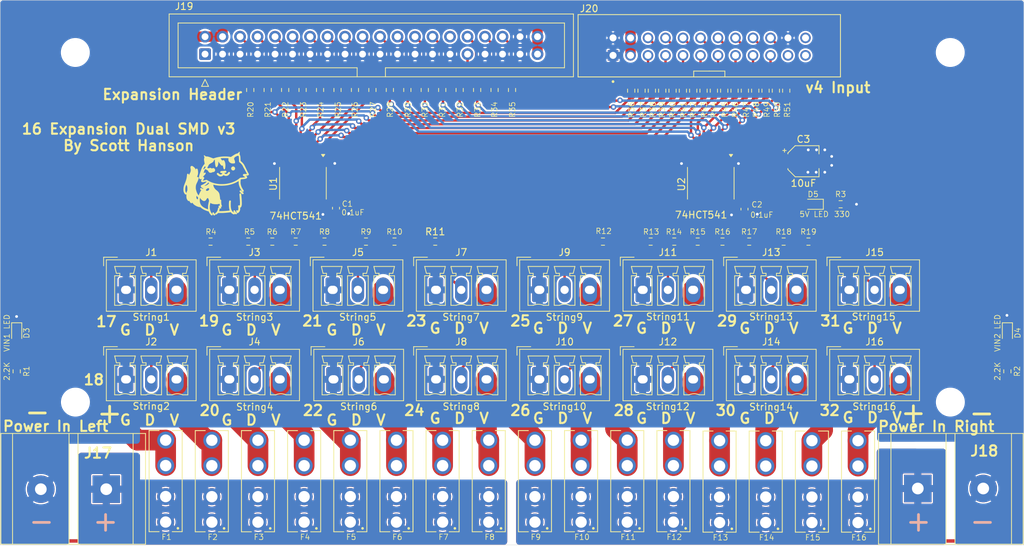
<source format=kicad_pcb>
(kicad_pcb (version 20241229) (generator "pcbnew") (generator_version "9.0")
  (title_block (title "16 Expansion Dual SMD") (date "2026-01-16") (rev "v3") (company "Scott Hanson"))
  (layers (0 "F.Cu" signal) (2 "B.Cu" signal) (13 "F.Paste" user) (15 "B.Paste" user) (5 "F.SilkS" user "F.Silkscreen") (7 "B.SilkS" user "B.Silkscreen") (1 "F.Mask" user) (3 "B.Mask" user) (25 "Edge.Cuts" user))
  (net 0 "")
  (net 1 "GND")
  (net 2 "+5V")
  (net 3 "VIN1")
  (net 4 "/Output 1-8/VOUT1")
  (net 5 "/Output 1-8/VOUT2")
  (net 6 "/Output 1-8/VOUT3")
  (net 7 "/Output 1-8/VOUT4")
  (net 8 "/Output 1-8/VOUT5")
  (net 9 "/Output 1-8/VOUT6")
  (net 10 "/Output 1-8/VOUT7")
  (net 11 "VIN2")
  (net 12 "/Output 1-8/VOUT8")
  (net 13 "/Output 9-16/VOUT9")
  (net 14 "/Output 9-16/VOUT10")
  (net 15 "/Output 9-16/VOUT11")
  (net 16 "/Output 9-16/VOUT12")
  (net 17 "/Output 9-16/VOUT13")
  (net 18 "/Output 9-16/VOUT14")
  (net 19 "/Output 9-16/VOUT15")
  (net 20 "/Output 9-16/VOUT16")
  (net 21 "/Output 1-8/DOUT1")
  (net 22 "/Output 1-8/DOUT2")
  (net 23 "/Output 1-8/DOUT3")
  (net 24 "/Output 1-8/DOUT4")
  (net 25 "/Output 1-8/DOUT5")
  (net 26 "/Output 1-8/DOUT6")
  (net 27 "/Output 1-8/DOUT7")
  (net 28 "/Output 1-8/DOUT8")
  (net 29 "/Output 9-16/DOUT9")
  (net 30 "/Output 9-16/DOUT11")
  (net 31 "/Output 9-16/DOUT12")
  (net 32 "/Output 9-16/DOUT13")
  (net 33 "/Output 9-16/DOUT14")
  (net 34 "/Output 9-16/DOUT15")
  (net 35 "/Output 9-16/DOUT16")
  (net 36 "OUT32")
  (net 37 "OUT24")
  (net 38 "OUT31")
  (net 39 "OUT23")
  (net 40 "OUT30")
  (net 41 "OUT22")
  (net 42 "OUT21")
  (net 43 "OUT20")
  (net 44 "OUT27")
  (net 45 "OUT19")
  (net 46 "OUT26")
  (net 47 "OUT18")
  (net 48 "OUT25")
  (net 49 "OUT17")
  (net 50 "OUT29")
  (net 51 "OUT28")
  (net 52 "Net-(D3-A)")
  (net 53 "Net-(D4-A)")
  (net 54 "Net-(D5-K)")
  (net 55 "Net-(J10-Pin_2)")
  (net 57 "Net-(J19-Pin_20)")
  (net 58 "Net-(J19-Pin_22)")
  (net 59 "Net-(J19-Pin_26)")
  (net 60 "Net-(J19-Pin_32)")
  (net 61 "Net-(J19-Pin_18)")
  (net 62 "Net-(J19-Pin_14)")
  (net 63 "Net-(J19-Pin_36)")
  (net 64 "Net-(J19-Pin_12)")
  (net 66 "Net-(J19-Pin_16)")
  (net 67 "Net-(J19-Pin_31)")
  (net 68 "Net-(J19-Pin_10)")
  (net 69 "Net-(J19-Pin_24)")
  (net 70 "Net-(J19-Pin_34)")
  (net 71 "Net-(J19-Pin_28)")
  (net 72 "Net-(J19-Pin_8)")
  (net 73 "Net-(J19-Pin_6)")
  (net 74 "Net-(J20-Pin_20)")
  (net 75 "Net-(J20-Pin_18)")
  (net 76 "Net-(J20-Pin_8)")
  (net 77 "Net-(J20-Pin_11)")
  (net 78 "Net-(J20-Pin_19)")
  (net 79 "Net-(J20-Pin_6)")
  (net 80 "Net-(J20-Pin_10)")
  (net 81 "Net-(J20-Pin_16)")
  (net 82 "Net-(J20-Pin_5)")
  (net 83 "Net-(J20-Pin_9)")
  (net 86 "Net-(J20-Pin_17)")
  (net 87 "Net-(J20-Pin_12)")
  (net 88 "Net-(J20-Pin_14)")
  (net 89 "Net-(J20-Pin_7)")
  (net 90 "Net-(J20-Pin_13)")
  (net 92 "Net-(J20-Pin_15)")
  (net 93 "Net-(U1-Y7)")
  (net 94 "Net-(U1-Y6)")
  (net 95 "Net-(U1-Y5)")
  (net 96 "Net-(U1-Y4)")
  (net 97 "Net-(U1-Y3)")
  (net 98 "Net-(U1-Y2)")
  (net 99 "Net-(U1-Y1)")
  (net 100 "Net-(U1-Y0)")
  (net 101 "Net-(U2-Y7)")
  (net 102 "Net-(U2-Y6)")
  (net 103 "Net-(U2-Y5)")
  (net 104 "Net-(U2-Y4)")
  (net 105 "Net-(U2-Y3)")
  (net 106 "Net-(U2-Y2)")
  (net 107 "Net-(U2-Y1)")
  (net 108 "Net-(U2-Y0)")
  (footprint "Capacitor_SMD:C_0603_1608Metric" (layer "F.Cu") (at 178.241 104.8278 -90)
    (property "Reference" "C2")
    (property "Value" "0.1uF")
  )
  (footprint "Scotts:PhoenixContact_MCV_3.81mm_3.5mm_1x03_Vertical" (layer "F.Cu") (at 88.32 129.5578)
    (property "Reference" "J2")
    (property "Value" "String2")
  )
  (footprint "Scotts:PhoenixContact_MCV_3.81mm_3.5mm_1x03_Vertical" (layer "F.Cu") (at 118.32 116.5578)
    (property "Reference" "J5")
    (property "Value" "String5")
  )
  (footprint "Scotts:PhoenixContact_MCV_3.81mm_3.5mm_1x03_Vertical" (layer "F.Cu") (at 118.434342 129.5578)
    (property "Reference" "J6")
    (property "Value" "String6")
  )
  (footprint "Scotts:PhoenixContact_MCV_3.81mm_3.5mm_1x03_Vertical" (layer "F.Cu") (at 133.32 116.5578)
    (property "Reference" "J7")
    (property "Value" "String7")
  )
  (footprint "Scotts:PhoenixContact_MCV_3.81mm_3.5mm_1x03_Vertical" (layer "F.Cu") (at 133.32 129.5578)
    (property "Reference" "J8")
    (property "Value" "String8")
  )
  (footprint "Scotts:PhoenixContact_MCV_3.81mm_3.5mm_1x03_Vertical" (layer "F.Cu") (at 148.32 116.5578)
    (property "Reference" "J9")
    (property "Value" "String9")
  )
  (footprint "Scotts:PhoenixContact_MCV_3.81mm_3.5mm_1x03_Vertical" (layer "F.Cu") (at 148.32 129.5578)
    (property "Reference" "J10")
    (property "Value" "String10")
  )
  (footprint "Scotts:PhoenixContact_MCV_3.81mm_3.5mm_1x03_Vertical" (layer "F.Cu") (at 163.32 116.5578)
    (property "Reference" "J11")
    (property "Value" "String11")
  )
  (footprint "Scotts:PhoenixContact_MCV_3.81mm_3.5mm_1x03_Vertical" (layer "F.Cu") (at 163.32 129.5578)
    (property "Reference" "J12")
    (property "Value" "String12")
  )
  (footprint "Scotts:PhoenixContact_MCV_3.81mm_3.5mm_1x03_Vertical" (layer "F.Cu") (at 178.32 116.5578)
    (property "Reference" "J13")
    (property "Value" "String13")
  )
  (footprint "Scotts:PhoenixContact_MCV_3.81mm_3.5mm_1x03_Vertical" (layer "F.Cu") (at 178.32 129.5578)
    (property "Reference" "J14")
    (property "Value" "String14")
  )
  (footprint "Scotts:PhoenixContact_MCV_3.81mm_3.5mm_1x03_Vertical" (layer "F.Cu") (at 193.32 116.5578)
    (property "Reference" "J15")
    (property "Value" "String15")
  )
  (footprint "Scotts:PhoenixContact_MCV_3.81mm_3.5mm_1x03_Vertical" (layer "F.Cu") (at 193.32 129.5578)
    (property "Reference" "J16")
    (property "Value" "String16")
  )
  (footprint "Scotts:FUSE_3544-2" (layer "F.Cu") (at 94.2226 144.3386 90)
    (property "Reference" "F1")
    (property "Value" "3544-2")
  )
  (footprint "Scotts:FUSE_3544-2" (layer "F.Cu") (at 134.425198 144.3486 90)
    (property "Reference" "F7")
    (property "Value" "3544-2")
  )
  (footprint "Scotts:FUSE_3544-2" (layer "F.Cu") (at 181.328229 144.4136 90)
    (property "Reference" "F14")
    (property "Value" "3544-2")
  )
  (footprint "Capacitor_SMD:C_0603_1608Metric" (layer "F.Cu") (at 118.951 104.6878 -90)
    (property "Reference" "C1")
    (property "Value" "0.1uF")
  )
  (footprint "Scotts:FUSE_3544-2" (layer "F.Cu") (at 100.923033 144.3536 90)
    (property "Reference" "F2")
    (property "Value" "3544-2")
  )
  (footprint "Scotts:FUSE_3544-2" (layer "F.Cu") (at 127.724765 144.3486 90)
    (property "Reference" "F6")
    (property "Value" "3544-2")
  )
  (footprint "Scotts:FUSE_3544-2" (layer "F.Cu") (at 141.125631 144.3486 90)
    (property "Reference" "F8")
    (property "Value" "3544-2")
  )
  (footprint "Scotts:FUSE_3544-2" (layer "F.Cu") (at 147.826064 144.3486 90)
    (property "Reference" "F9")
    (property "Value" "3544-2")
  )
  (footprint "Scotts:FUSE_3544-2" (layer "F.Cu") (at 154.526497 144.3486 90)
    (property "Reference" "F10")
    (property "Value" "3544-2")
  )
  (footprint "Scotts:FUSE_3544-2" (layer "F.Cu") (at 194.7291 144.4136 90)
    (property "Reference" "F16")
    (property "Value" "3544-2")
  )
  (footprint "Scotts:FUSE_3544-2" (layer "F.Cu") (at 121.024332 144.3486 90)
    (property "Reference" "F5")
    (property "Value" "3544-2")
  )
  (footprint "Scotts:FUSE_3544-2" (layer "F.Cu") (at 107.623466 144.3536 90)
    (property "Reference" "F3")
    (property "Value" "3544-2")
  )
  (footprint "Scotts:FUSE_3544-2" (layer "F.Cu") (at 174.627796 144.4136 90)
    (property "Reference" "F13")
    (property "Value" "3544-2")
  )
  (footprint "Scotts:FUSE_3544-2" (layer "F.Cu") (at 161.22693 144.3486 90)
    (property "Reference" "F11")
    (property "Value" "3544-2")
  )
  (footprint "Scotts:FUSE_3544-2" (layer "F.Cu") (at 114.323899 144.3536 90)
    (property "Reference" "F4")
    (property "Value" "3544-2")
  )
  (footprint "Scotts:PhoenixContact_MCV_3.81mm_3.5mm_1x03_Vertical" (layer "F.Cu") (at 88.32 116.5578)
    (property "Reference" "J1")
    (property "Value" "String1")
  )
  (footprint "Scotts:PhoenixContact_MCV_3.81mm_3.5mm_1x03_Vertical" (layer "F.Cu") (at 103.32 116.5578)
    (property "Reference" "J3")
    (property "Value" "String3")
  )
  (footprint "Scotts:PhoenixContact_MCV_3.81mm_3.5mm_1x03_Vertical" (layer "F.Cu") (at 103.32 129.5578)
    (property "Reference" "J4")
    (property "Value" "String4")
  )
  (footprint "Scotts:FUSE_3544-2" (layer "F.Cu") (at 188.028662 144.4136 90)
    (property "Reference" "F15")
    (property "Value" "3544-2")
  )
  (footprint "Scotts:FUSE_3544-2" (layer "F.Cu") (at 167.927363 144.3486 90)
    (property "Reference" "F12")
    (property "Value" "3544-2")
  )
  (footprint "Scotts:MountingHole_3.7mm" (layer "F.Cu") (at 81.113 82.0666)
    (property "Reference" "H1")
    (property "Value" "MountingHole")
  )
  (footprint "Scotts:MountingHole_3.7mm" (layer "F.Cu") (at 208.113 82.0666)
    (property "Reference" "H3")
    (property "Value" "MountingHole")
  )
  (footprint "LED_SMD:LED_0603_1608Metric" (layer "F.Cu") (at 72.601 122.831 -90)
    (property "Reference" "D3")
    (property "Value" "VIN1 LED")
  )
  (footprint "Resistor_SMD:R_0603_1608Metric" (layer "F.Cu") (at 72.601 128.392 -90)
    (property "Reference" "R1")
    (property "Value" "2.2K")
  )
  (footprint "LED_SMD:LED_0603_1608Metric" (layer "F.Cu") (at 188.201 104.1178 180)
    (property "Reference" "D5")
    (property "Value" "5V LED")
  )
  (footprint "Connector_IDC:IDC-Header_2x20_P2.54mm_Vertical" (layer "F.Cu") (at 99.941 82.3078 90)
    (property "Reference" "J19")
    (property "Value" "Expansion Header")
  )
  (footprint "Resistor_SMD:R_0603_1608Metric" (layer "F.Cu") (at 192.201 104.1178 180)
    (property "Reference" "R3")
    (property "Value" "330")
  )
  (footprint "Barrier_Blocks:BARRIER_BLOCK_1ROW_2POS_P9.5MM" (layer "F.Cu") (at 91.301 137.4178 180)
    (property "Reference" "J17")
    (property "Value" "Power In Left")
  )
  (footprint "Scotts:MountingHole_3.7mm" (layer "F.Cu") (at 208.1276 132.8666)
    (property "Reference" "H4")
    (property "Value" "MountingHole")
  )
  (footprint "Barrier_Blocks:BARRIER_BLOCK_1ROW_2POS_P9.5MM" (layer "F.Cu") (at 197.701 153.5178)
    (property "Reference" "J18")
    (property "Value" "Power In Right")
  )
  (footprint "Resistor_SMD:R_0603_1608Metric" (layer "F.Cu") (at 216.401 128.392 -90)
    (property "Reference" "R2")
    (property "Value" "2.2K")
  )
  (footprint "LED_SMD:LED_0603_1608Metric" (layer "F.Cu") (at 216.401 122.831 -90)
    (property "Reference" "D4")
    (property "Value" "VIN2 LED")
  )
  (footprint "Package_SO:TSSOP-20_4.4x6.5mm_P0.65mm" (layer "F.Cu") (at 173.351 101.0678 -90)
    (property "Reference" "U2")
    (property "Value" "74HCT541")
  )
  (footprint "Package_SO:TSSOP-20_4.4x6.5mm_P0.65mm" (layer "F.Cu") (at 114.151 101.0678 -90)
    (property "Reference" "U1")
    (property "Value" "74HCT541")
  )
  (footprint "Resistor_SMD:R_0603_1608Metric" (layer "F.Cu") (at 168.051 109.5428 180)
    (property "Reference" "R14")
    (property "Value" "33")
  )
  (footprint "Resistor_SMD:R_0603_1608Metric" (layer "F.Cu") (at 187.526 109.5428)
    (property "Reference" "R19")
    (property "Value" "33")
  )
  (footprint "Resistor_SMD:R_0603_1608Metric" (layer "F.Cu") (at 114.100999 87.5178 -90)
    (property "Reference" "R23")
    (property "Value" "100")
  )
  (footprint "Resistor_SMD:R_0603_1608Metric" (layer "F.Cu") (at 176.801 87.6178 90)
    (property "Reference" "R46")
    (property "Value" "100")
  )
  (footprint "Resistor_SMD:R_0603_1608Metric" (layer "F.Cu") (at 133.351 109.5428)
    (property "Reference" "R11")
    (property "Value" "33")
  )
  (footprint "Resistor_SMD:R_0603_1608Metric" (layer "F.Cu") (at 179.801 87.6178 90)
    (property "Reference" "R48")
    (property "Value" "100")
  )
  (footprint "Resistor_SMD:R_0603_1608Metric" (layer "F.Cu") (at 163.301 87.6178 -90)
    (property "Reference" "R37")
    (property "Value" "100")
  )
  (footprint "Resistor_SMD:R_0603_1608Metric" (layer "F.Cu") (at 164.626 109.5428 180)
    (property "Reference" "R13")
    (property "Value" "33")
  )
  (footprint "Resistor_SMD:R_0603_1608Metric" (layer "F.Cu") (at 136.900996 87.5178 90)
    (property "Reference" "R32")
    (property "Value" "100")
  )
  (footprint "Resistor_SMD:R_0603_1608Metric" (layer "F.Cu") (at 139.434329 87.5178 -90)
    (property "Reference" "R33")
    (property "Value" "100")
  )
  (footprint "Scotts:chewi_15" (layer "F.Cu") (at 101.342295 99.964042)
    (property "Reference" "G***")
    (property "Value" "LOGO" (hide yes))
  )
  (footprint "Resistor_SMD:R_0603_1608Metric" (layer "F.Cu") (at 166.301 87.6178 -90)
    (property "Reference" "R39")
    (property "Value" "100")
  )
  (footprint "Resistor_SMD:R_0603_1608Metric" (layer "F.Cu") (at 161.801 87.6178 90)
    (property "Reference" "R36")
    (property "Value" "100")
  )
  (footprint "Resistor_SMD:R_0603_1608Metric" (layer "F.Cu") (at 175.301 87.6178 -90)
    (property "Reference" "R45")
    (property "Value" "100")
  )
  (footprint "302-S241:OST_302-S241" (layer "F.Cu") (at 173.131 81.2178)
    (property "Reference" "J20")
    (property "Value" "v4 Input")
  )
  (footprint "Resistor_SMD:R_0603_1608Metric" (layer "F.Cu") (at 121.700998 87.5178 -90)
    (property "Reference" "R26")
    (property "Value" "100")
  )
  (footprint "Resistor_SMD:R_0603_1608Metric" (layer "F.Cu") (at 170.801 87.6178 90)
    (property "Reference" "R42")
    (property "Value" "100")
  )
  (footprint "Resistor_SMD:R_0603_1608Metric" (layer "F.Cu") (at 126.767664 87.5178 -90)
    (property "Reference" "R28")
    (property "Value" "100")
  )
  (footprint "Resistor_SMD:R_0603_1608Metric" (layer "F.Cu") (at 106.211 109.5428 180)
    (property "Reference" "R5")
    (property "Value" "33")
  )
  (footprint "Capacitor_SMD:CP_Elec_4x5.3" (layer "F.Cu") (at 186.801 97.8678)
    (property "Reference" "C3")
    (property "Value" "10uF")
  )
  (footprint "Resistor_SMD:R_0603_1608Metric" (layer "F.Cu") (at 109.701 109.5428 180)
    (property "Reference" "R6")
    (property "Value" "33")
  )
  (footprint "Resistor_SMD:R_0603_1608Metric" (layer "F.Cu") (at 111.567666 87.5178 -90)
    (property "Reference" "R22")
    (property "Value" "100")
  )
  (footprint "Resistor_SMD:R_0603_1608Metric" (layer "F.Cu") (at 167.801 87.6178 90)
    (property "Reference" "R40")
    (property "Value" "100")
  )
  (footprint "Resistor_SMD:R_0603_1608Metric" (layer "F.Cu") (at 119.167665 87.5178 -90)
    (property "Reference" "R25")
    (property "Value" "100")
  )
  (footprint "Resistor_SMD:R_0603_1608Metric" (layer "F.Cu") (at 178.926 109.5428)
    (property "Reference" "R17")
    (property "Value" "33")
  )
  (footprint "Resistor_SMD:R_0603_1608Metric" (layer "F.Cu") (at 106.501 87.5178 -90)
    (property "Reference" "R20")
    (property "Value" "100")
  )
  (footprint "Resistor_SMD:R_0603_1608Metric" (layer "F.Cu") (at 181.301 87.6178 -90)
    (property "Reference" "R49")
    (property "Value" "100")
  )
  (footprint "Resistor_SMD:R_0603_1608Metric" (layer "F.Cu") (at 113.101 109.5428)
    (property "Reference" "R7")
    (property "Value" "33")
  )
  (footprint "Resistor_SMD:R_0603_1608Metric" (layer "F.Cu") (at 117.281 109.5428)
    (property "Reference" "R8")
    (property "Value" "33")
  )
  (footprint "Resistor_SMD:R_0603_1608Metric" (layer "F.Cu") (at 109.034333 87.5178 -90)
    (property "Reference" "R21")
    (property "Value" "100")
  )
  (footprint "Resistor_SMD:R_0603_1608Metric" (layer "F.Cu") (at 144.501 87.5178 -90)
    (property "Reference" "R35")
    (property "Value" "100")
  )
  (footprint "Resistor_SMD:R_0603_1608Metric" (layer "F.Cu") (at 184.301 87.6178 -90)
    (property "Reference" "R51")
    (property "Value" "100")
  )
  (footprint "Resistor_SMD:R_0603_1608Metric" (layer "F.Cu") (at 175.051 109.5428)
    (property "Reference" "R16")
    (property "Value" "33")
  )
  (footprint "Resistor_SMD:R_0603_1608Metric" (layer "F.Cu") (at 124.234331 87.5178 -90)
    (property "Reference" "R27")
    (property "Value" "100")
  )
  (footprint "Resistor_SMD:R_0603_1608Metric" (layer "F.Cu") (at 134.367663 87.5178 -90)
    (property "Reference" "R31")
    (property "Value" "100")
  )
  (footprint "Resistor_SMD:R_0603_1608Metric" (layer "F.Cu") (at 171.451 109.5428)
    (property "Reference" "R15")
    (property "Value" "33")
  )
  (footprint "Resistor_SMD:R_0603_1608Metric" (layer "F.Cu") (at 169.301 87.6178 -90)
    (property "Reference" "R41")
    (property "Value" "100")
  )
  (footprint "Resistor_SMD:R_0603_1608Metric" (layer "F.Cu") (at 116.634332 87.5178 -90)
    (property "Reference" "R24")
    (property "Value" "100")
  )
  (footprint "Resistor_SMD:R_0603_1608Metric" (layer "F.Cu") (at 157.701 109.5428 180)
    (property "Reference" "R12")
    (property "Value" "33")
  )
  (footprint "Resistor_SMD:R_0603_1608Metric" (layer "F.Cu") (at 123.301 109.5428)
    (property "Reference" "R9")
    (property "Value" "33")
  )
  (footprint "Scotts:MountingHole_3.7mm" (layer "F.Cu") (at 81.1276 132.8666)
    (property "Reference" "H2")
    (property "Value" "MountingHole")
  )
  (footprint "Resistor_SMD:R_0603_1608Metric" (layer "F.Cu") (at 182.801 87.6178 90)
    (property "Reference" "R50")
    (property "Value" "100")
  )
  (footprint "Resistor_SMD:R_0603_1608Metric" (layer "F.Cu") (at 127.441 109.5428)
    (property "Reference" "R10")
    (property "Value" "33")
  )
  (footprint "Resistor_SMD:R_0603_1608Metric" (layer "F.Cu") (at 178.301 87.6178 -90)
    (property "Reference" "R47")
    (property "Value" "100")
  )
  (footprint "Resistor_SMD:R_0603_1608Metric" (layer "F.Cu") (at 131.83433 87.5178 -90)
    (property "Reference" "R30")
    (property "Value" "100")
  )
  (footprint "Resistor_SMD:R_0603_1608Metric" (layer "F.Cu") (at 100.741 109.5428 180)
    (property "Reference" "R4")
    (property "Value" "33")
  )
  (footprint "Resistor_SMD:R_0603_1608Metric" (layer "F.Cu") (at 183.926 109.5428)
    (property "Reference" "R18")
    (property "Value" "33")
  )
  (footprint "Resistor_SMD:R_0603_1608Metric" (layer "F.Cu") (at 129.300997 87.5178 -90)
    (property "Reference" "R29")
    (property "Value" "100")
  )
  (footprint "Resistor_SMD:R_0603_1608Metric" (layer "F.Cu") (at 172.301 87.6178 -90)
    (property "Reference" "R43")
    (property "Value" "100")
  )
  (footprint "Resistor_SMD:R_0603_1608Metric" (layer "F.Cu") (at 173.801 87.6178 90)
    (property "Reference" "R44")
    (property "Value" "100")
  )
  (footprint "Resistor_SMD:R_0603_1608Metric" (layer "F.Cu") (at 141.967662 87.5178 -90)
    (property "Reference" "R34")
    (property "Value" "100")
  )
  (footprint "Resistor_SMD:R_0603_1608Metric" (layer "F.Cu") (at 164.801 87.6178 90)
    (property "Reference" "R38")
    (property "Value" "100")
  )
  (gr_line (start 218.801 153.6178) (end 218.801 74.4678) (stroke (width 0.05)) (layer "Edge.Cuts"))
  (gr_line (start 70.201 74.4678) (end 70.201 153.6178) (stroke (width 0.05)) (layer "Edge.Cuts"))
  (gr_line (start 218.801 74.4678) (end 70.201 74.4678) (stroke (width 0.05)) (layer "Edge.Cuts"))
  (gr_line (start 218.801 153.6178) (end 70.201 153.6178) (stroke (width 0.05)) (layer "Edge.Cuts"))
  (gr_text "G" (at 103.113 135.4718 0) (layer "F.SilkS") (effects (font (size 1.5 1.5) (thickness 0.3))))
  (gr_text "D" (at 121.909 135.4718 0) (layer "F.SilkS") (effects (font (size 1.5 1.5) (thickness 0.3))))
  (gr_text "V" (at 170.423 135.2178 0) (layer "F.SilkS") (effects (font (size 1.5 1.5) (thickness 0.3))))
  (gr_text "D" (at 166.867 135.2178 0) (layer "F.SilkS") (effects (font (size 1.5 1.5) (thickness 0.3))))
  (gr_text "V" (at 185.409 135.2178 0) (layer "F.SilkS") (effects (font (size 1.5 1.5) (thickness 0.3))))
  (gr_text "G" (at 118.353 135.4718 0) (layer "F.SilkS") (effects (font (size 1.5 1.5) (thickness 0.3))))
  (gr_text "G" (at 178.297 135.2178 0) (layer "F.SilkS") (effects (font (size 1.5 1.5) (thickness 0.3))))
  (gr_text "V" (at 200.388 135.1178 0) (layer "F.SilkS") (effects (font (size 1.5 1.5) (thickness 0.3))))
  (gr_text "D" (at 196.832 135.1178 0) (layer "F.SilkS") (effects (font (size 1.5 1.5) (thickness 0.3))))
  (gr_text "G" (at 193.276 135.1178 0) (layer "F.SilkS") (effects (font (size 1.5 1.5) (thickness 0.3))))
  (gr_text "D" (at 136.895 135.2178 0) (layer "F.SilkS") (effects (font (size 1.5 1.5) (thickness 0.3))))
  (gr_text "D" (at 106.669 135.4718 0) (layer "F.SilkS") (effects (font (size 1.5 1.5) (thickness 0.3))))
  (gr_text "D" (at 181.853 135.2178 0) (layer "F.SilkS") (effects (font (size 1.5 1.5) (thickness 0.3))))
  (gr_text "V" (at 95.493 135.4718 0) (layer "F.SilkS") (effects (font (size 1.5 1.5) (thickness 0.3))))
  (gr_text "V" (at 155.437 135.2178 0) (layer "F.SilkS") (effects (font (size 1.5 1.5) (thickness 0.3))))
  (gr_text "G" (at 148.325 135.2178 0) (layer "F.SilkS") (effects (font (size 1.5 1.5) (thickness 0.3))))
  (gr_text "G" (at 133.339 135.2178 0) (layer "F.SilkS") (effects (font (size 1.5 1.5) (thickness 0.3))))
  (gr_text "V" (at 110.225 135.4718 0) (layer "F.SilkS") (effects (font (size 1.5 1.5) (thickness 0.3))))
  (gr_text "G" (at 88.381 135.4718 0) (layer "F.SilkS") (effects (font (size 1.5 1.5) (thickness 0.3))))
  (gr_text "D" (at 91.937 135.4718 0) (layer "F.SilkS") (effects (font (size 1.5 1.5) (thickness 0.3))))
  (gr_text "V" (at 140.451 135.2178 0) (layer "F.SilkS") (effects (font (size 1.5 1.5) (thickness 0.3))))
  (gr_text "V" (at 125.465 135.4718 0) (layer "F.SilkS") (effects (font (size 1.5 1.5) (thickness 0.3))))
  (gr_text "D" (at 151.881 135.2178 0) (layer "F.SilkS") (effects (font (size 1.5 1.5) (thickness 0.3))))
  (gr_text "G" (at 163.311 135.2178 0) (layer "F.SilkS") (effects (font (size 1.5 1.5) (thickness 0.3))))
  (gr_text "D" (at 91.93 122.3858 0) (layer "F.SilkS") (effects (font (size 1.5 1.5) (thickness 0.3))))
  (gr_text "G" (at 88.374 122.3858 0) (layer "F.SilkS") (effects (font (size 1.5 1.5) (thickness 0.3))))
  (gr_text "V" (at 95.486 122.3858 0) (layer "F.SilkS") (effects (font (size 1.5 1.5) (thickness 0.3))))
  (gr_text "+" (at 202.761 134.3236 0) (layer "F.SilkS") (effects (font (size 3 3) (thickness 0.4))))
  (gr_text "${TITLE} ${REVISION}\nBy ${COMPANY}\n" (at 88.851 94.3928 0) (layer "F.SilkS") (effects (font (size 1.5 1.5) (thickness 0.3))))
  (gr_text "17" (at 85.621 121.1756 0) (layer "F.SilkS") (effects (font (size 1.5 1.5) (thickness 0.3))))
  (gr_text "22" (at 115.621 134.0756 0) (layer "F.SilkS") (effects (font (size 1.5 1.5) (thickness 0.3))))
  (gr_text "31" (at 190.721 121.0756 0) (layer "F.SilkS") (effects (font (size 1.5 1.5) (thickness 0.3))))
  (gr_text "V" (at 110.218 122.3858 0) (layer "F.SilkS") (effects (font (size 1.5 1.5) (thickness 0.3))))
  (gr_text "-" (at 212.685 134.3658 0) (layer "F.SilkS") (effects (font (size 3 3) (thickness 0.4))))
  (gr_text "23" (at 130.621 121.0756 0) (layer "F.SilkS") (effects (font (size 1.5 1.5) (thickness 0.3))))
  (gr_text "V" (at 125.458 122.3858 0) (layer "F.SilkS") (effects (font (size 1.5 1.5) (thickness 0.3))))
  (gr_text "25" (at 145.721 121.0756 0) (layer "F.SilkS") (effects (font (size 1.5 1.5) (thickness 0.3))))
  (gr_text "V" (at 140.444 122.1318 0) (layer "F.SilkS") (effects (font (size 1.5 1.5) (thickness 0.3))))
  (gr_text "G" (at 163.304 122.1318 0) (layer "F.SilkS") (effects (font (size 1.5 1.5) (thickness 0.3))))
  (gr_text "D" (at 196.832 122.1318 0) (layer "F.SilkS") (effects (font (size 1.5 1.5) (thickness 0.3))))
  (gr_text "18" (at 83.801 129.6178 0) (layer "F.SilkS") (effects (font (size 1.5 1.5) (thickness 0.3))))
  (gr_text "G" (at 193.276 122.1318 0) (layer "F.SilkS") (effects (font (size 1.5 1.5) (thickness 0.3))))
  (gr_text "G" (at 178.29 122.1318 0) (layer "F.SilkS") (effects (font (size 1.5 1.5) (thickness 0.3))))
  (gr_text "29" (at 175.721 121.0756 0) (layer "F.SilkS") (effects (font (size 1.5 1.5) (thickness 0.3))))
  (gr_text "27" (at 160.621 121.0756 0) (layer "F.SilkS") (effects (font (size 1.5 1.5) (thickness 0.3))))
  (gr_text "30" (at 175.521 134.0756 0) (layer "F.SilkS") (effects (font (size 1.5 1.5) (thickness 0.3))))
  (gr_text "+" (at 86.091 134.3878 0) (layer "F.SilkS") (effects (font (size 3 3) (thickness 0.4))))
  (gr_text "V" (at 155.43 122.1318 0) (layer "F.SilkS") (effects (font (size 1.5 1.5) (thickness 0.3))))
  (gr_text "D" (at 151.874 122.1318 0) (layer "F.SilkS") (effects (font (size 1.5 1.5) (thickness 0.3))))
  (gr_text "D" (at 106.662 122.3858 0) (layer "F.SilkS") (effects (font (size 1.5 1.5) (thickness 0.3))))
  (gr_text "V" (at 185.402 122.1318 0) (layer "F.SilkS") (effects (font (size 1.5 1.5) (thickness 0.3))))
  (gr_text "G" (at 118.346 122.3858 0) (layer "F.SilkS") (effects (font (size 1.5 1.5) (thickness 0.3))))
  (gr_text "26" (at 145.721 134.0756 0) (layer "F.SilkS") (effects (font (size 1.5 1.5) (thickness 0.3))))
  (gr_text "-" (at 75.601 134.2178 0) (layer "F.SilkS") (effects (font (size 3 3) (thickness 0.4))))
  (gr_text "G" (at 133.332 122.1318 0) (layer "F.SilkS") (effects (font (size 1.5 1.5) (thickness 0.3))))
  (gr_text "V" (at 170.416 122.1318 0) (layer "F.SilkS") (effects (font (size 1.5 1.5) (thickness 0.3))))
  (gr_text "D" (at 121.902 122.3858 0) (layer "F.SilkS") (effects (font (size 1.5 1.5) (thickness 0.3))))
  (gr_text "28" (at 160.721 134.0756 0) (layer "F.SilkS") (effects (font (size 1.5 1.5) (thickness 0.3))))
  (gr_text "21" (at 115.521 121.0756 0) (layer "F.SilkS") (effects (font (size 1.5 1.5) (thickness 0.3))))
  (gr_text "D" (at 181.846 122.1318 0) (layer "F.SilkS") (effects (font (size 1.5 1.5) (thickness 0.3))))
  (gr_text "D" (at 166.86 122.1318 0) (layer "F.SilkS") (effects (font (size 1.5 1.5) (thickness 0.3))))
  (gr_text "32" (at 190.621 134.0756 0) (layer "F.SilkS") (effects (font (size 1.5 1.5) (thickness 0.3))))
  (gr_text "24" (at 130.321 134.0756 0) (layer "F.SilkS") (effects (font (size 1.5 1.5) (thickness 0.3))))
  (gr_text "D" (at 136.888 122.1318 0) (layer "F.SilkS") (effects (font (size 1.5 1.5) (thickness 0.3))))
  (gr_text "V" (at 200.388 122.1318 0) (layer "F.SilkS") (effects (font (size 1.5 1.5) (thickness 0.3))))
  (gr_text "20" (at 100.621 134.0756 0) (layer "F.SilkS") (effects (font (size 1.5 1.5) (thickness 0.3))))
  (gr_text "G" (at 103.106 122.3858 0) (layer "F.SilkS") (effects (font (size 1.5 1.5) (thickness 0.3))))
  (gr_text "19" (at 100.521 121.0756 0) (layer "F.SilkS") (effects (font (size 1.5 1.5) (thickness 0.3))))
  (gr_text "G" (at 148.318 122.1318 0) (layer "F.SilkS") (effects (font (size 1.5 1.5) (thickness 0.3))))
  (gr_text "-" (at 76.201 150.1178 0) (layer "B.SilkS") (effects (font (size 3 3) (thickness 0.4)) (justify mirror)))
  (gr_text "+" (at 85.501 150.1178 0) (layer "B.SilkS") (effects (font (size 3 3) (thickness 0.4)) (justify mirror)))
  (gr_text "+" (at 203.501 150.1178 0) (layer "B.SilkS") (effects (font (size 3 3) (thickness 0.4)) (justify mirror)))
  (gr_text "-" (at 212.801 150.1178 0) (layer "B.SilkS") (effects (font (size 3 3) (thickness 0.4)) (justify mirror)))
  (segment (start 170.426 98.2053) (end 169.101 98.2053) (width 0.4) (layer "F.Cu") (net 1))
  (segment (start 118.806 105.6078) (end 117.061 105.6078) (width 0.4) (layer "F.Cu") (net 1))
  (segment (start 72.601 122.0435) (end 72.601 120.4478) (width 0.5) (layer "F.Cu") (net 1))
  (segment (start 176.361 105.6678) (end 178.176 105.6678) (width 0.4) (layer "F.Cu") (net 1))
  (segment (start 180.066 105.6028) (end 180.101 105.5678) (width 0.4) (layer "F.Cu") (net 1))
  (segment (start 178.176 105.6678) (end 178.241 105.6028) (width 0.4) (layer "F.Cu") (net 1))
  (segment (start 118.951 105.4628) (end 120.796 105.4628) (width 0.4) (layer "F.Cu") (net 1))
  (segment (start 72.601 120.4478) (end 72.581 120.4278) (width 0.5) (layer "F.Cu") (net 1))
  (segment (start 178.241 105.6028) (end 180.066 105.6028) (width 0.4) (layer "F.Cu") (net 1))
  (segment (start 116.426 104.9728) (end 117.051 105.5978) (width 0.4) (layer "F.Cu") (net 1))
  (segment (start 175.626 103.9303) (end 175.626 104.9328) (width 0.4) (layer "F.Cu") (net 1))
  (segment (start 216.401 120.3178) (end 216.341 120.2578) (width 0.5) (layer "F.Cu") (net 1))
  (segment (start 117.076 98.2053) (end 118.7535 98.2053) (width 0.4) (layer "F.Cu") (net 1))
  (segment (start 177.371 98.2053) (end 176.276 98.2053) (width 0.4) (layer "F.Cu") (net 1))
  (segment (start 116.426 103.9303) (end 116.426 104.9728) (width 0.4) (layer "F.Cu") (net 1))
  (segment (start 120.796 105.4628) (end 120.801 105.4678) (width 0.4) (layer "F.Cu") (net 1))
  (segment (start 194.501 104.1178) (end 193.026 104.1178) (width 0.5) (layer "F.Cu") (net 1))
  (segment (start 117.061 105.6078) (end 117.051 105.5978) (width 0.4) (layer "F.Cu") (net 1))
  (segment (start 118.951 105.4628) (end 118.806 105.6078) (width 0.4) (layer "F.Cu") (net 1))
  (segment (start 118.7535 98.2053) (end 118.771 98.1878) (width 0.4) (layer "F.Cu") (net 1))
  (segment (start 216.401 122.0435) (end 216.401 120.3178) (width 0.5) (layer "F.Cu") (net 1))
  (segment (start 111.226 98.2053) (end 110.011 98.2053) (width 0.4) (layer "F.Cu") (net 1))
  (segment (start 175.626 104.9328) (end 176.361 105.6678) (width 0.4) (layer "F.Cu") (net 1))
  (via (at 177.371 98.2053) (size 0.8) (drill 0.4) (layers "F.Cu" "B.Cu") (net 1))
  (via (at 194.501 104.1178) (size 0.8) (drill 0.4) (layers "F.Cu" "B.Cu") (net 1))
  (via (at 190.901 97.1678) (size 0.8) (drill 0.4) (layers "F.Cu" "B.Cu") (net 1))
  (via (at 180.101 105.5678) (size 0.8) (drill 0.4) (layers "F.Cu" "B.Cu") (net 1))
  (via (at 216.341 120.2578) (size 0.8) (drill 0.4) (layers "F.Cu" "B.Cu") (net 1))
  (via (at 110.011 98.2053) (size 0.8) (drill 0.4) (layers "F.Cu" "B.Cu") (net 1))
  (via (at 189.901 99.4678) (size 0.8) (drill 0.4) (layers "F.Cu" "B.Cu") (net 1))
  (via (at 188.651 99.4678) (size 0.8) (drill 0.4) (layers "F.Cu" "B.Cu") (net 1))
  (via (at 187.451 99.4678) (size 0.8) (drill 0.4) (layers "F.Cu" "B.Cu") (net 1))
  (via (at 117.051 105.5978) (size 0.8) (drill 0.4) (layers "F.Cu" "B.Cu") (net 1))
  (via (at 72.581 120.4278) (size 0.8) (drill 0.4) (layers "F.Cu" "B.Cu") (net 1))
  (via (at 190.901 98.4678) (size 0.8) (drill 0.4) (layers "F.Cu" "B.Cu") (net 1))
  (via (at 187.501 96.2178) (size 0.8) (drill 0.4) (layers "F.Cu" "B.Cu") (net 1))
  (via (at 176.361 105.6678) (size 0.8) (drill 0.4) (layers "F.Cu" "B.Cu") (net 1))
  (via (at 169.101 98.2053) (size 0.8) (drill 0.4) (layers "F.Cu" "B.Cu") (net 1))
  (via (at 189.901 96.2178) (size 0.8) (drill 0.4) (layers "F.Cu" "B.Cu") (net 1))
  (via (at 120.801 105.4678) (size 0.8) (drill 0.4) (layers "F.Cu" "B.Cu") (net 1))
  (via (at 188.701 96.2178) (size 0.8) (drill 0.4) (layers "F.Cu" "B.Cu") (net 1))
  (via (at 118.771 98.1878) (size 0.8) (drill 0.4) (layers "F.Cu" "B.Cu") (net 1))
  (segment (start 189.561 78.9378) (end 187.491 76.8678) (width 1.5) (layer "F.Cu") (net 2))
  (segment (start 178.271 101.8078) (end 155.011 101.8078) (width 1) (layer "F.Cu") (net 2))
  (segment (start 98.738919 79.7678) (end 96.826 81.680719) (width 1.5) (layer "F.Cu") (net 2))
  (segment (start 161.701 76.9078) (end 161.701 79.9478) (width 1.5) (layer "F.Cu") (net 2))
  (segment (start 159.702873 76.8678) (end 149.879686 76.8678) (width 1.5) (layer "F.Cu") (net 2))
  (segment (start 189.561 88.3078) (end 189.561 78.9378) (width 1.5) (layer "F.Cu") (net 2))
  (segment (start 148.201 78.546486) (end 146.547314 76.8928) (width 1.5) (layer "F.Cu") (net 2))
  (segment (start 155.011 101.8078) (end 152.906 103.9128) (width 1) (layer "F.Cu") (net 2))
  (segment (start 106.301 101.2678) (end 118.691 101.2678) (width 1.5) (layer "F.Cu") (net 2))
  (segment (start 178.241 104.0528) (end 178.271 104.0228) (width 1) (layer "F.Cu") (net 2))
  (segment (start 96.826 81.680719) (end 96.826 91.7928) (width 1.5) (layer "F.Cu") (net 2))
  (segment (start 146.547314 76.8928) (end 102.966 76.8928) (width 1.5) (layer "F.Cu") (net 2))
  (segment (start 176.661 104.0878) (end 176.631 104.0578) (width 1) (layer "F.Cu") (net 2))
  (segment (start 178.271 104.0228) (end 178.271 101.8078) (width 1) (layer "F.Cu") (net 2))
  (segment (start 187.301 104.0878) (end 176.661 104.0878) (width 1) (layer "F.Cu") (net 2))
  (segment (start 99.941 79.7678) (end 98.738919 79.7678) (width 1.5) (layer "F.Cu") (net 2))
  (segment (start 102.966 76.8928) (end 102.481 77.3778) (width 1.5) (layer "F.Cu") (net 2))
  (segment (start 148.201 79.7678) (end 148.201 78.546486) (width 1.5) (layer "F.Cu") (net 2))
  (segment (start 161.701 82.4878) (end 161.701 79.9478) (width 1.5) (layer "F.Cu") (net 2))
  (segment (start 102.481 79.7678) (end 99.941 79.7678) (width 1.5) (layer "F.Cu") (net 2))
  (segment (start 118.951 101.5278) (end 118.691 101.2678) (width 1) (layer "F.Cu") (net 2))
  (segment (start 161.661 76.8678) (end 161.701 76.9078) (width 1.5) (layer "F.Cu") (net 2))
  (segment (start 102.481 77.3778) (end 102.481 79.7678) (width 1.5) (layer "F.Cu") (net 2))
  (segment (start 148.201 82.3078) (end 148.201 79.7678) (width 1.5) (layer "F.Cu") (net 2))
  (segment (start 152.906 103.9128) (end 117.456 103.9128) (width 1) (layer "F.Cu") (net 2))
  (segment (start 96.826 91.7928) (end 106.301 101.2678) (width 1.5) (layer "F.Cu") (net 2))
  (segment (start 176.631 104.0578) (end 178.236 104.0578) (width 1) (layer "F.Cu") (net 2))
  (segment (start 149.879686 76.8678) (end 148.201 78.546486) (width 1.5) (layer "F.Cu") (net 2))
  (segment (start 184.951 92.9178) (end 189.561 88.3078) (width 1.5) (layer "F.Cu") (net 2))
  (segment (start 184.951 103.9978) (end 184.951 92.9178) (width 1.5) (layer "F.Cu") (net 2))
  (segment (start 187.491 76.8678) (end 159.702873 76.8678) (width 1.5) (layer "F.Cu") (net 2))
  (segment (start 159.702873 76.8678) (end 161.661 76.8678) (width 1.5) (layer "F.Cu") (net 2))
  (segment (start 178.236 104.0578) (end 178.241 104.0528) (width 1) (layer "F.Cu") (net 2))
  (segment (start 118.951 103.9128) (end 118.951 101.5278) (width 1) (layer "F.Cu") (net 2))
  (segment (start 70.77601 130.14279) (end 70.77601 153.040805) (width 0.5) (layer "F.Cu") (net 3))
  (segment (start 70.77601 153.040805) (end 82.757839 153.04096) (width 0.5) (layer "F.Cu") (net 3))
  (segment (start 85.601 150.1978) (end 85.601 145.5178) (width 0.5) (layer "F.Cu") (net 3))
  (segment (start 82.757839 153.04096) (end 85.601 150.1978) (width 0.5) (layer "F.Cu") (net 3))
  (segment (start 71.6143 129.3045) (end 70.77601 130.14279) (width 0.5) (layer "F.Cu") (net 3))
  (segment (start 72.601 129.3045) (end 71.6143 129.3045) (width 0.5) (layer "F.Cu") (net 3))
  (segment (start 92.949 122.6) (end 95.79 119.759) (width 3) (layer "F.Cu") (net 4))
  (segment (start 84.791 125.909) (end 84.791 133.077) (width 3) (layer "F.Cu") (net 4))
  (segment (start 88.1 122.6) (end 92.949 122.6) (width 3) (layer "F.Cu") (net 4))
  (segment (start 85.46 125.24) (end 84.791 125.909) (width 3) (layer "F.Cu") (net 4))
  (segment (start 95.79 119.759) (end 95.79 116.5578) (width 3) (layer "F.Cu") (net 4))
  (segment (start 90.1026 138.3886) (end 94.2226 138.3886) (width 3) (layer "F.Cu") (net 4))
  (segment (start 94.2226 138.3886) (end 94.2226 142.0886) (width 3) (layer "F.Cu") (net 4))
  (segment (start 88.1 122.6) (end 85.46 125.24) (width 2.999999) (layer "F.Cu") (net 4))
  (segment (start 84.791 133.077) (end 90.1026 138.3886) (width 3) (layer "F.Cu") (net 4))
  (segment (start 100.923033 142.1036) (end 100.923033 138.4036) (width 3) (layer "F.Cu") (net 5))
  (segment (start 95.821 134.121) (end 95.821 129.5888) (width 3) (layer "F.Cu") (net 5))
  (segment (start 95.821 129.5888) (end 95.79 129.5578) (width 3) (layer "F.Cu") (net 5))
  (segment (start 100.1036 138.4036) (end 95.821 134.121) (width 3) (layer "F.Cu") (net 5))
  (segment (start 100.923033 138.4036) (end 100.1036 138.4036) (width 3) (layer "F.Cu") (net 5))
  (segment (start 100.33 125.7962) (end 100.33 133.1468) (width 3) (layer "F.Cu") (net 6))
  (segment (start 100.33 133.1468) (end 101.901 134.7178) (width 3) (layer "F.Cu") (net 6))
  (segment (start 109.6864 122.8136) (end 103.3126 122.8136) (width 3) (layer "F.Cu") (net 6))
  (segment (start 103.937666 134.7178) (end 107.623466 138.4036) (width 3) (layer "F.Cu") (net 6))
  (segment (start 110.791 116.5588) (end 110.791 121.709) (width 3) (layer "F.Cu") (net 6))
  (segment (start 103.3126 122.8136) (end 100.33 125.7962) (width 3) (layer "F.Cu") (net 6))
  (segment (start 101.901 134.7178) (end 103.937666 134.7178) (width 3) (layer "F.Cu") (net 6))
  (segment (start 110.79 116.5578) (end 110.791 116.5588) (width 3) (layer "F.Cu") (net 6))
  (segment (start 107.623466 142.1036) (end 107.623466 138.4036) (width 3) (layer "F.Cu") (net 6))
  (segment (start 110.791 121.709) (end 109.6864 122.8136) (width 3) (layer "F.Cu") (net 6))
  (segment (start 110.781 134.081) (end 114.323899 137.623899) (width 3) (layer "F.Cu") (net 7))
  (segment (start 114.323899 137.623899) (end 114.323899 138.4036) (width 3) (layer "F.Cu") (net 7))
  (segment (start 110.79 129.5578) (end 110.781 129.5668) (width 3) (layer "F.Cu") (net 7))
  (segment (start 110.781 129.5668) (end 110.781 134.081) (width 3) (layer "F.Cu") (net 7))
  (segment (start 114.323899 142.1036) (end 114.323899 138.4036) (width 3) (layer "F.Cu") (net 7))
  (segment (start 118.35 122.6) (end 114.721 126.229) (width 3) (layer "F.Cu") (net 8))
  (segment (start 121.024332 142.0986) (end 121.024332 138.3986) (width 3) (layer "F.Cu") (net 8))
  (segment (start 114.721 132.6378) (end 120.4818 138.3986) (width 3) (layer "F.Cu") (net 8))
  (segment (start 125.79 119.3362) (end 122.5262 122.6) (width 3) (layer "F.Cu") (net 8))
  (segment (start 120.4818 138.3986) (end 121.024332 138.3986) (width 3) (layer "F.Cu") (net 8))
  (segment (start 125.79 116.5578) (end 125.79 119.3362) (width 3) (layer "F.Cu") (net 8))
  (segment (start 122.5262 122.6) (end 118.35 122.6) (width 3) (layer "F.Cu") (net 8))
  (segment (start 114.721 126.229) (end 114.721 132.6378) (width 3) (layer "F.Cu") (net 8))
  (segment (start 125.911 134.637) (end 125.911 129.564458) (width 3) (layer "F.Cu") (net 9))
  (segment (start 125.911 129.564458) (end 125.904342 129.5578) (width 3) (layer "F.Cu") (net 9))
  (segment (start 127.724765 136.450765) (end 125.911 134.637) (width 3) (layer "F.Cu") (net 9))
  (segment (start 127.724765 138.3986) (end 127.724765 136.450765) (width 3) (layer "F.Cu") (net 9))
  (segment (start 127.724765 138.3986) (end 127.724765 142.0986) (width 3) (layer "F.Cu") (net 9))
  (segment (start 137.7262 122.35) (end 133.35 122.35) (width 3) (layer "F.Cu") (net 10))
  (segment (start 134.425198 138.3986) (end 134.425198 142.0986) (width 3) (layer "F.Cu") (net 10))
  (segment (start 140.79 119.2862) (end 137.7262 122.35) (width 3) (layer "F.Cu") (net 10))
  (segment (start 133.35 122.35) (end 129.621 126.079) (width 3) (layer "F.Cu") (net 10))
  (segment (start 140.79 116.5578) (end 140.79 119.2862) (width 3) (layer "F.Cu") (net 10))
  (segment (start 129.621 126.079) (end 129.621 132.227) (width 3) (layer "F.Cu") (net 10))
  (segment (start 134.425198 137.031198) (end 134.425198 138.3986) (width 3) (layer "F.Cu") (net 10))
  (segment (start 129.621 132.227) (end 134.425198 137.031198) (width 3) (layer "F.Cu") (net 10))
  (segment (start 205.453811 153.042611) (end 203.401 150.9898) (width 0.5) (layer "F.Cu") (net 11))
  (segment (start 203.401 150.9898) (end 203.401 145.4178) (width 0.5) (layer "F.Cu") (net 11))
  (segment (start 216.401 129.3045) (end 217.5877 129.3045) (width 0.5) (layer "F.Cu") (net 11))
  (segment (start 218.221581 136.938381) (end 218.225838 153.042776) (width 0.5) (layer "F.Cu") (net 11))
  (segment (start 217.5877 129.3045) (end 218.22599 129.94279) (width 0.5) (layer "F.Cu") (net 11))
  (segment (start 218.225838 153.042776) (end 205.453811 153.042611) (width 0.5) (layer "F.Cu") (net 11))
  (segment (start 218.22599 136.933972) (end 218.221581 136.938381) (width 0.5) (layer "F.Cu") (net 11))
  (segment (start 218.22599 129.94279) (end 218.22599 136.933972) (width 0.5) (layer "F.Cu") (net 11))
  (segment (start 140.791 138.063969) (end 141.125631 138.3986) (width 3) (layer "F.Cu") (net 12))
  (segment (start 140.79 129.5578) (end 140.791 129.5588) (width 3) (layer "F.Cu") (net 12))
  (segment (start 141.125631 138.3986) (end 141.125631 142.0986) (width 3) (layer "F.Cu") (net 12))
  (segment (start 140.791 129.5588) (end 140.791 138.063969) (width 3) (layer "F.Cu") (net 12))
  (segment (start 147.826064 138.3986) (end 147.826064 142.0986) (width 3) (layer "F.Cu") (net 13))
  (segment (start 147.826064 138.222064) (end 145.1 135.496) (width 3) (layer "F.Cu") (net 13))
  (segment (start 145.1 126.8262) (end 149.5762 122.35) (width 3) (layer "F.Cu") (net 13))
  (segment (start 149.5762 122.35) (end 152.7262 122.35) (width 3) (layer "F.Cu") (net 13))
  (segment (start 147.826064 138.3986) (end 147.826064 138.222064) (width 3) (layer "F.Cu") (net 13))
  (segment (start 155.79 119.2862) (end 155.79 116.5578) (width 3) (layer "F.Cu") (net 13))
  (segment (start 152.7262 122.35) (end 155.79 119.2862) (width 3) (layer "F.Cu") (net 13))
  (segment (start 145.1 135.496) (end 145.1 126.8262) (width 3) (layer "F.Cu") (net 13))
  (segment (start 154.526497 138.3986) (end 154.511 138.383103) (width 3) (layer "F.Cu") (net 14))
  (segment (start 154.526497 138.3986) (end 154.526497 142.0986) (width 3) (layer "F.Cu") (net 14))
  (segment (start 155.79 130.900434) (end 155.79 129.5578) (width 3) (layer "F.Cu") (net 14))
  (segment (start 154.511 132.179434) (end 155.79 130.900434) (width 3) (layer "F.Cu") (net 14))
  (segment (start 154.511 138.383103) (end 154.511 132.179434) (width 3) (layer "F.Cu") (net 14))
  (segment (start 161.22693 142.0986) (end 161.22693 138.3986) (width 3) (layer "F.Cu") (net 15))
  (segment (start 164.3112 122.35) (end 168.0262 122.35) (width 3) (layer "F.Cu") (net 15))
  (segment (start 159.531 127.1302) (end 164.3112 122.35) (width 3) (layer "F.Cu") (net 15))
  (segment (start 161.22693 138.3986) (end 159.531 136.70267) (width 3) (layer "F.Cu") (net 15))
  (segment (start 168.0262 122.35) (end 170.79 119.5862) (width 3) (layer "F.Cu") (net 15))
  (segment (start 159.531 136.70267) (end 159.531 127.1302) (width 3) (layer "F.Cu") (net 15))
  (segment (start 170.79 119.5862) (end 170.79 116.5578) (width 3) (layer "F.Cu") (net 15))
  (segment (start 167.927363 138.3986) (end 167.927363 136.297337) (width 3) (layer "F.Cu") (net 16))
  (segment (start 167.927363 138.3986) (end 167.927363 142.0986) (width 3) (layer "F.Cu") (net 16))
  (segment (start 170.791 129.5588) (end 170.79 129.5578) (width 3) (layer "F.Cu") (net 16))
  (segment (start 170.791 133.4337) (end 170.791 129.5588) (width 3) (layer "F.Cu") (net 16))
  (segment (start 167.927363 136.297337) (end 170.791 133.4337) (width 3) (layer "F.Cu") (net 16))
  (segment (start 181.851233 122.35) (end 185.79 118.411233) (width 3) (layer "F.Cu") (net 17))
  (segment (start 185.79 118.411233) (end 185.79 116.5578) (width 3) (layer "F.Cu") (net 17))
  (segment (start 174.627796 126.371004) (end 178.6488 122.35) (width 3) (layer "F.Cu") (net 17))
  (segment (start 174.627796 142.1636) (end 174.627796 138.4636) (width 3) (layer "F.Cu") (net 17))
  (segment (start 174.627796 138.4636) (end 174.627796 126.371004) (width 3) (layer "F.Cu") (net 17))
  (segment (start 178.6488 122.35) (end 181.851233 122.35) (width 3) (layer "F.Cu") (net 17))
  (segment (start 181.328229 138.4636) (end 181.328229 142.1636) (width 3) (layer "F.Cu") (net 18))
  (segment (start 181.328229 138.4636) (end 181.328229 136.390571) (width 3) (layer "F.Cu") (net 18))
  (segment (start 181.328229 136.390571) (end 185.79 131.9288) (width 3) (layer "F.Cu") (net 18))
  (segment (start 185.79 131.9288) (end 185.79 129.5578) (width 3) (layer "F.Cu") (net 18))
  (segment (start 188.028662 138.4636) (end 189.581 136.911262) (width 3) (layer "F.Cu") (net 19))
  (segment (start 189.581 126.8802) (end 194.3612 122.1) (width 3) (layer "F.Cu") (net 19))
  (segment (start 194.3612 122.1) (end 197.101232 122.1) (width 3) (layer "F.Cu") (net 19))
  (segment (start 200.79 118.411232) (end 197.101232 122.1) (width 2.999999) (layer "F.Cu") (net 19))
  (segment (start 200.79 116.5578) (end 200.79 118.411232) (width 2.999999) (layer "F.Cu") (net 19))
  (segment (start 188.028662 138.4636) (end 188.028662 142.1636) (width 3) (layer "F.Cu") (net 19))
  (segment (start 189.581 136.911262) (end 189.581 126.8802) (width 3) (layer "F.Cu") (net 19))
  (segment (start 194.7291 142.1636) (end 194.7291 138.4636) (width 3) (layer "F.Cu") (net 20))
  (segment (start 200.79 130.9588) (end 200.79 129.5578) (width 3) (layer "F.Cu") (net 20))
  (segment (start 194.7291 138.4636) (end 194.7291 137.0197) (width 3) (layer "F.Cu") (net 20))
  (segment (start 194.7291 137.0197) (end 200.79 130.9588) (width 3) (layer "F.Cu") (net 20))
  (segment (start 96.646 109.5428) (end 99.8285 109.5428) (width 0.35) (layer "F.Cu") (net 21))
  (segment (start 92.13 116.5578) (end 92.13 114.0588) (width 0.35) (layer "F.Cu") (net 21))
  (segment (start 92.13 114.0588) (end 96.646 109.5428) (width 0.35) (layer "F.Cu") (net 21))
  (segment (start 92.13 127.5288) (end 92.13 129.5578) (width 0.35) (layer "F.Cu") (net 22))
  (segment (start 92.13 129.5578) (end 92.1722 129.6) (width 0.35) (layer "F.Cu") (net 22))
  (segment (start 105.2985 109.5428) (end 100.025 114.8163) (width 0.35) (layer "F.Cu") (net 22))
  (segment (start 100.025 119.6338) (end 92.13 127.5288) (width 0.35) (layer "F.Cu") (net 22))
  (segment (start 100.025 114.8163) (end 100.025 119.6338) (width 0.35) (layer "F.Cu") (net 22))
  (segment (start 107.161 116.5268) (end 107.161 111.1703) (width 0.35) (layer "F.Cu") (net 23))
  (segment (start 107.13 116.5578) (end 107.161 116.5268) (width 0.35) (layer "F.Cu") (net 23))
  (segment (start 107.161 111.1703) (end 108.7885 109.5428) (width 0.35) (layer "F.Cu") (net 23))
  (segment (start 114.7626 110.2919) (end 114.7626 121.0262) (width 0.35) (layer "F.Cu") (net 24))
  (segment (start 114.7626 121.0262) (end 107.13 128.6588) (width 0.35) (layer "F.Cu") (net 24))
  (segment (start 107.13 128.6588) (end 107.13 129.5578) (width 0.35) (layer "F.Cu") (net 24))
  (segment (start 114.0135 109.5428) (end 114.7626 110.2919) (width 0.35) (layer "F.Cu") (net 24))
  (segment (start 118.1935 109.5428) (end 122.13 113.4793) (width 0.35) (layer "F.Cu") (net 25))
  (segment (start 122.13 113.4793) (end 122.13 116.5578) (width 0.35) (layer "F.Cu") (net 25))
  (segment (start 129.9126 115.2419) (end 129.9126 120.4136) (width 0.35) (layer "F.Cu") (net 26))
  (segment (start 129.9126 120.4136) (end 122.244342 128.081858) (width 0.35) (layer "F.Cu") (net 26))
  (segment (start 124.2135 109.5428) (end 129.9126 115.2419) (width 0.35) (layer "F.Cu") (net 26))
  (segment (start 122.244342 128.081858) (end 122.244342 129.5578) (width 0.35) (layer "F.Cu") (net 26))
  (segment (start 137.13 116.4268) (end 137.13 116.5578) (width 0.35) (layer "F.Cu") (net 27))
  (segment (start 128.3535 109.5428) (end 130.246 109.5428) (width 0.35) (layer "F.Cu") (net 27))
  (segment (start 130.246 109.5428) (end 137.13 116.4268) (width 0.35) (layer "F.Cu") (net 27))
  (segment (start 137.13 127.9988) (end 137.13 129.5578) (width 0.35) (layer "F.Cu") (net 28))
  (segment (start 134.2635 109.5428) (end 140.876 109.5428) (width 0.35) (layer "F.Cu") (net 28))
  (segment (start 144.6126 113.2794) (end 144.6126 120.5162) (width 0.35) (layer "F.Cu") (net 28))
  (segment (start 140.876 109.5428) (end 144.6126 113.2794) (width 0.35) (layer "F.Cu") (net 28))
  (segment (start 144.6126 120.5162) (end 137.13 127.9988) (width 0.35) (layer "F.Cu") (net 28))
  (segment (start 152.13 114.1638) (end 152.13 116.5578) (width 0.35) (layer "F.Cu") (net 29))
  (segment (start 156.751 109.5428) (end 152.13 114.1638) (width 0.35) (layer "F.Cu") (net 29))
  (segment (start 156.7885 109.5428) (end 156.751 109.5428) (width 0.35) (layer "F.Cu") (net 29))
  (segment (start 167.13 109.5513) (end 167.13 116.5578) (width 0.35) (layer "F.Cu") (net 30))
  (segment (start 167.1385 109.5428) (end 167.13 109.5513) (width 0.35) (layer "F.Cu") (net 30))
  (segment (start 167.13 116.5578) (end 167.1722 116.6) (width 0.35) (layer "F.Cu") (net 30))
  (segment (start 174.7626 120.8102) (end 174.7626 111.9419) (width 0.35) (layer "F.Cu") (net 31))
  (segment (start 174.7626 111.9419) (end 172.3635 109.5428) (width 0.35) (layer "F.Cu") (net 31))
  (segment (start 167.13 128.4428) (end 174.7626 120.8102) (width 0.35) (layer "F.Cu") (net 31))
  (segment (start 167.13 129.5578) (end 167.13 128.4428) (width 0.35) (layer "F.Cu") (net 31))
  (segment (start 182.13 116.5578) (end 182.1722 116.6) (width 0.35) (layer "F.Cu") (net 32))
  (segment (start 182.13 115.6168) (end 182.13 116.5578) (width 0.35) (layer "F.Cu") (net 32))
  (segment (start 175.9635 109.5428) (end 176.056 109.5428) (width 0.35) (layer "F.Cu") (net 32))
  (segment (start 176.056 109.5428) (end 182.13 115.6168) (width 0.35) (layer "F.Cu") (net 32))
  (segment (start 182.13 129.5578) (end 182.13 127.92) (width 0.35) (layer "F.Cu") (net 33))
  (segment (start 188.9126 121.1374) (end 188.9126 115.2936) (width 0.35) (layer "F.Cu") (net 33))
  (segment (start 181.4885 111.1928) (end 179.8385 109.5428) (width 0.35) (layer "F.Cu") (net 33))
  (segment (start 188.9126 115.2936) (end 184.8118 111.1928) (width 0.35) (layer "F.Cu") (net 33))
  (segment (start 184.8118 111.1928) (end 181.4885 111.1928) (width 0.35) (layer "F.Cu") (net 33))
  (segment (start 182.13 127.92) (end 188.9126 121.1374) (width 0.35) (layer "F.Cu") (net 33))
  (segment (start 193.0636 112.0636) (end 197.13 116.13) (width 0.35) (layer "F.Cu") (net 34))
  (segment (start 184.8385 109.5428) (end 187.3593 112.0636) (width 0.35) (layer "F.Cu") (net 34))
  (segment (start 197.13 116.13) (end 197.13 116.5578) (width 0.35) (layer "F.Cu") (net 34))
  (segment (start 187.3593 112.0636) (end 193.0636 112.0636) (width 0.35) (layer "F.Cu") (net 34))
  (segment (start 200.2754 111.0454) (end 203.5266 114.2966) (width 0.35) (layer "F.Cu") (net 35))
  (segment (start 197.13 126.6368) (end 197.13 129.5578) (width 0.35) (layer "F.Cu") (net 35))
  (segment (start 203.5266 114.2966) (end 203.5266 120.2402) (width 0.35) (layer "F.Cu") (net 35))
  (segment (start 203.5266 120.2402) (end 197.13 126.6368) (width 0.35) (layer "F.Cu") (net 35))
  (segment (start 188.4385 109.5428) (end 189.9411 111.0454) (width 0.35) (layer "F.Cu") (net 35))
  (segment (start 197.13 129.5578) (end 197.1722 129.6) (width 0.35) (layer "F.Cu") (net 35))
  (segment (start 189.9411 111.0454) (end 200.2754 111.0454) (width 0.35) (layer "F.Cu") (net 35))
  (segment (start 184.301 88.5303) (end 182.76975 90.06155) (width 0.35) (layer "F.Cu") (net 36))
  (segment (start 182.76975 90.06155) (end 175.626 97.2053) (width 0.35) (layer "F.Cu") (net 36))
  (segment (start 160.126 89.0678) (end 160.176 89.0178) (width 0.35) (layer "F.Cu") (net 36))
  (segment (start 144.501 88.4303) (end 145.1385 89.0678) (width 0.35) (layer "F.Cu") (net 36))
  (segment (start 145.1385 89.0678) (end 160.126 89.0678) (width 0.35) (layer "F.Cu") (net 36))
  (segment (start 175.626 97.2053) (end 175.626 98.2053) (width 0.35) (layer "F.Cu") (net 36))
  (via (at 182.76975 90.06155) (size 0.8) (drill 0.4) (layers "F.Cu" "B.Cu") (net 36))
  (via (at 160.176 89.0178) (size 0.8) (drill 0.4) (layers "F.Cu" "B.Cu") (net 36))
  (segment (start 181.776 89.0678) (end 160.226 89.0678) (width 0.35) (layer "B.Cu") (net 36))
  (segment (start 160.226 89.0678) (end 160.176 89.0178) (width 0.35) (layer "B.Cu") (net 36))
  (segment (start 182.76975 90.06155) (end 181.776 89.0678) (width 0.35) (layer "B.Cu") (net 36))
  (segment (start 124.234331 88.4303) (end 124.0885 88.4303) (width 0.35) (layer "F.Cu") (net 37))
  (segment (start 124.0885 88.4303) (end 116.426 96.0928) (width 0.35) (layer "F.Cu") (net 37))
  (segment (start 117.625687 94.893113) (end 165.938187 94.893113) (width 0.35) (layer "F.Cu") (net 37))
  (segment (start 116.426 96.0928) (end 116.426 98.2053) (width 0.35) (layer "F.Cu") (net 37))
  (segment (start 165.938187 94.893113) (end 172.301 88.5303) (width 0.35) (layer "F.Cu") (net 37))
  (segment (start 117.601 94.9178) (end 117.625687 94.893113) (width 0.35) (layer "F.Cu") (net 37))
  (segment (start 182.801 88.5303) (end 174.951 96.3803) (width 0.35) (layer "F.Cu") (net 38))
  (segment (start 143.530162 89.9928) (end 159.226 89.9928) (width 0.35) (layer "F.Cu") (net 38))
  (segment (start 141.967662 88.4303) (end 143.530162 89.9928) (width 0.35) (layer "F.Cu") (net 38))
  (segment (start 174.951 96.3803) (end 174.951 98.1803) (width 0.35) (layer "F.Cu") (net 38))
  (segment (start 174.951 98.1803) (end 174.976 98.2053) (width 0.35) (layer "F.Cu") (net 38))
  (via (at 159.226 89.9928) (size 0.8) (drill 0.4) (layers "F.Cu" "B.Cu") (net 38))
  (via (at 180.29475 91.03655) (size 0.8) (drill 0.4) (layers "F.Cu" "B.Cu") (net 38))
  (segment (start 159.326 89.8928) (end 159.226 89.9928) (width 0.35) (layer "B.Cu") (net 38))
  (segment (start 179.151 89.8928) (end 159.326 89.8928) (width 0.35) (layer "B.Cu") (net 38))
  (segment (start 180.29475 91.03655) (end 179.151 89.8928) (width 0.35) (layer "B.Cu") (net 38))
  (segment (start 170.801 88.5303) (end 164.987688 94.343612) (width 0.35) (layer "F.Cu") (net 39))
  (segment (start 115.776 95.5028) (end 116.651 94.6278) (width 0.35) (layer "F.Cu") (net 39))
  (segment (start 115.776 98.2053) (end 115.776 95.5028) (width 0.35) (layer "F.Cu") (net 39))
  (segment (start 121.700998 88.4303) (end 121.700998 89.597802) (width 0.35) (layer "F.Cu") (net 39))
  (segment (start 116.671 94.6278) (end 116.651 94.6278) (width 0.35) (layer "F.Cu") (net 39))
  (segment (start 121.700998 89.597802) (end 116.671 94.6278) (width 0.35) (layer "F.Cu") (net 39))
  (segment (start 164.987688 94.343612) (end 119.926812 94.343612) (width 0.35) (layer "F.Cu") (net 39))
  (segment (start 119.926812 94.343612) (end 119.686155 94.102955) (width 0.35) (layer "F.Cu") (net 39))
  (via (at 119.686155 94.102955) (size 0.8) (drill 0.4) (layers "F.Cu" "B.Cu") (net 39))
  (via (at 116.651 94.6278) (size 0.8) (drill 0.4) (layers "F.Cu" "B.Cu") (net 39))
  (segment (start 117.175845 94.102955) (end 116.651 94.6278) (width 0.35) (layer "B.Cu") (net 39))
  (segment (start 119.686155 94.102955) (end 117.175845 94.102955) (width 0.35) (layer "B.Cu") (net 39))
  (segment (start 181.301 88.5303) (end 177.93225 91.89905) (width 0.35) (layer "F.Cu") (net 40))
  (segment (start 174.326 95.5053) (end 174.326 98.2053) (width 0.35) (layer "F.Cu") (net 40))
  (segment (start 139.451 89.5928) (end 139.576 89.7178) (width 0.35) (layer "F.Cu") (net 40))
  (segment (start 139.434329 88.4303) (end 139.451 88.446971) (width 0.35) (layer "F.Cu") (net 40))
  (segment (start 139.451 88.446971) (end 139.451 89.5928) (width 0.35) (layer "F.Cu") (net 40))
  (segment (start 177.93225 91.89905) (end 174.326 95.5053) (width 0.35) (layer "F.Cu") (net 40))
  (via (at 139.576 89.7178) (size 0.8) (drill 0.4) (layers "F.Cu" "B.Cu") (net 40))
  (via (at 177.93225 91.89905) (size 0.8) (drill 0.4) (layers "F.Cu" "B.Cu") (net 40))
  (segment (start 177.93225 91.89905) (end 176.840497 90.807297) (width 0.35) (layer "B.Cu") (net 40))
  (segment (start 176.840497 90.807297) (end 140.665497 90.807297) (width 0.35) (layer "B.Cu") (net 40))
  (segment (start 140.665497 90.807297) (end 139.576 89.7178) (width 0.35) (layer "B.Cu") (net 40))
  (segment (start 119.167665 88.4303) (end 119.167665 90.801135) (width 0.35) (layer "F.Cu") (net 41))
  (segment (start 164.037189 93.794111) (end 120.877311 93.794111) (width 0.35) (layer "F.Cu") (net 41))
  (segment (start 120.877311 93.794111) (end 120.501 93.4178) (width 0.35) (layer "F.Cu") (net 41))
  (segment (start 115.126 98.2053) (end 115.126 94.8428) (width 0.35) (layer "F.Cu") (net 41))
  (segment (start 115.126 94.8428) (end 116.361 93.6078) (width 0.35) (layer "F.Cu") (net 41))
  (segment (start 119.167665 90.801135) (end 116.361 93.6078) (width 0.35) (layer "F.Cu") (net 41))
  (segment (start 169.301 88.5303) (end 164.037189 93.794111) (width 0.35) (layer "F.Cu") (net 41))
  (via (at 116.361 93.6078) (size 0.8) (drill 0.4) (layers "F.Cu" "B.Cu") (net 41))
  (via (at 120.501 93.4178) (size 0.8) (drill 0.4) (layers "F.Cu" "B.Cu") (net 41))
  (segment (start 116.361 93.6078) (end 116.651 93.3178) (width 0.35) (layer "B.Cu") (net 41))
  (segment (start 116.651 93.3178) (end 120.401 93.3178) (width 0.35) (layer "B.Cu") (net 41))
  (segment (start 120.401 93.3178) (end 120.501 93.4178) (width 0.35) (layer "B.Cu") (net 41))
  (segment (start 115.501 92.9678) (end 115.501 93.053184) (width 0.35) (layer "F.Cu") (net 42))
  (segment (start 121.652497 93.044297) (end 121.351 92.7428) (width 0.35) (layer "F.Cu") (net 42))
  (segment (start 115.501 93.053184) (end 114.476 94.078184) (width 0.35) (layer "F.Cu") (net 42))
  (segment (start 115.501 92.9678) (end 115.501 92.7678) (width 0.35) (layer "F.Cu") (net 42))
  (segment (start 114.476 94.078184) (end 114.476 98.2053) (width 0.35) (layer "F.Cu") (net 42))
  (segment (start 116.634332 91.634468) (end 116.634332 88.4303) (width 0.35) (layer "F.Cu") (net 42))
  (segment (start 163.287003 93.044297) (end 121.652497 93.044297) (width 0.35) (layer "F.Cu") (net 42))
  (segment (start 167.801 88.5303) (end 163.287003 93.044297) (width 0.35) (layer "F.Cu") (net 42))
  (segment (start 115.501 92.7678) (end 116.634332 91.634468) (width 0.35) (layer "F.Cu") (net 42))
  (via (at 121.351 92.7428) (size 0.8) (drill 0.4) (layers "F.Cu" "B.Cu") (net 42))
  (via (at 115.501 92.9678) (size 0.8) (drill 0.4) (layers "F.Cu" "B.Cu") (net 42))
  (segment (start 115.501 92.9678) (end 115.951 92.5178) (width 0.35) (layer "B.Cu") (net 42))
  (segment (start 115.951 92.5178) (end 121.126 92.5178) (width 0.35) (layer "B.Cu") (net 42))
  (segment (start 121.126 92.5178) (end 121.351 92.7428) (width 0.35) (layer "B.Cu") (net 42))
  (segment (start 113.991 88.540299) (end 113.991 93.1278) (width 0.35) (layer "F.Cu") (net 43))
  (segment (start 113.826 98.2053) (end 113.826 93.3128) (width 0.35) (layer "F.Cu") (net 43))
  (segment (start 114.100999 88.4303) (end 113.991 88.540299) (width 0.35) (layer "F.Cu") (net 43))
  (segment (start 113.826 93.3128) (end 114.001 93.1378) (width 0.35) (layer "F.Cu") (net 43))
  (segment (start 166.301 88.5303) (end 162.336504 92.494796) (width 0.35) (layer "F.Cu") (net 43))
  (segment (start 113.991 93.1278) (end 114.001 93.1378) (width 0.35) (layer "F.Cu") (net 43))
  (segment (start 162.336504 92.494796) (end 122.702996 92.494796) (width 0.35) (layer "F.Cu") (net 43))
  (segment (start 122.702996 92.494796) (end 122.251 92.0428) (width 0.35) (layer "F.Cu") (net 43))
  (via (at 114.001 93.1378) (size 0.8) (drill 0.4) (layers "F.Cu" "B.Cu") (net 43))
  (via (at 122.251 92.0428) (size 0.8) (drill 0.4) (layers "F.Cu" "B.Cu") (net 43))
  (segment (start 122.026 91.8178) (end 122.251 92.0428) (width 0.35) (layer "B.Cu") (net 43))
  (segment (start 114.001 93.1378) (end 114.001 92.9378) (width 0.35) (layer "B.Cu") (net 43))
  (segment (start 115.121 91.8178) (end 122.026 91.8178) (width 0.35) (layer "B.Cu") (net 43))
  (segment (start 114.001 92.9378) (end 115.121 91.8178) (width 0.35) (layer "B.Cu") (net 43))
  (segment (start 176.801 88.5303) (end 172.341 92.9903) (width 0.35) (layer "F.Cu") (net 44))
  (segment (start 172.341 92.9903) (end 172.341 98.1703) (width 0.35) (layer "F.Cu") (net 44))
  (segment (start 131.851 88.44697) (end 131.851 89.6928) (width 0.35) (layer "F.Cu") (net 44))
  (segment (start 131.83433 88.4303) (end 131.851 88.44697) (width 0.35) (layer "F.Cu") (net 44))
  (segment (start 172.341 98.1703) (end 172.376 98.2053) (width 0.35) (layer "F.Cu") (net 44))
  (via (at 131.851 89.6928) (size 0.8) (drill 0.4) (layers "F.Cu" "B.Cu") (net 44))
  (via (at 172.341001 92.990299) (size 0.8) (drill 0.4) (layers "F.Cu" "B.Cu") (net 44))
  (segment (start 134.626998 92.468798) (end 171.8195 92.468798) (width 0.35) (layer "B.Cu") (net 44))
  (segment (start 171.8195 92.468798) (end 172.341001 92.990299) (width 0.35) (layer "B.Cu") (net 44))
  (segment (start 131.851 89.6928) (end 134.626998 92.468798) (width 0.35) (layer "B.Cu") (net 44))
  (segment (start 113.176 90.038634) (end 113.176 98.2053) (width 0.35) (layer "F.Cu") (net 45))
  (segment (start 161.386005 91.945295) (end 164.801 88.5303) (width 0.35) (layer "F.Cu") (net 45))
  (segment (start 123.351 91.5678) (end 123.728495 91.945295) (width 0.35) (layer "F.Cu") (net 45))
  (segment (start 123.728495 91.945295) (end 161.386005 91.945295) (width 0.35) (layer "F.Cu") (net 45))
  (segment (start 111.567666 88.4303) (end 113.176 90.038634) (width 0.35) (layer "F.Cu") (net 45))
  (via (at 123.351 91.5678) (size 0.8) (drill 0.4) (layers "F.Cu" "B.Cu") (net 45))
  (via (at 113.176 92.0178) (size 0.8) (drill 0.4) (layers "F.Cu" "B.Cu") (net 45))
  (segment (start 123.351 91.5678) (end 123.001 91.2178) (width 0.35) (layer "B.Cu") (net 45))
  (segment (start 113.976 91.2178) (end 113.176 92.0178) (width 0.35) (layer "B.Cu") (net 45))
  (segment (start 123.001 91.2178) (end 113.976 91.2178) (width 0.35) (layer "B.Cu") (net 45))
  (segment (start 129.351 88.480303) (end 129.351 89.7178) (width 0.35) (layer "F.Cu") (net 46))
  (segment (start 171.471 92.2978) (end 171.471 93.6378) (width 0.35) (layer "F.Cu") (net 46))
  (segment (start 171.726 98.2053) (end 171.726 93.8928) (width 0.35) (layer "F.Cu") (net 46))
  (segment (start 175.2385 88.5303) (end 171.471 92.2978) (width 0.35) (layer "F.Cu") (net 46))
  (segment (start 175.301 88.5303) (end 175.2385 88.5303) (width 0.35) (layer "F.Cu") (net 46))
  (segment (start 129.300997 88.4303) (end 129.351 88.480303) (width 0.35) (layer "F.Cu") (net 46))
  (segment (start 171.726 93.8928) (end 171.471 93.6378) (width 0.35) (layer "F.Cu") (net 46))
  (via (at 129.351 89.7178) (size 0.8) (drill 0.4) (layers "F.Cu" "B.Cu") (net 46))
  (via (at 171.471 93.6378) (size 0.8) (drill 0.4) (layers "F.Cu" "B.Cu") (net 46))
  (segment (start 129.351 89.7178) (end 132.651499 93.018299) (width 0.35) (layer "B.Cu") (net 46))
  (segment (start 132.651499 93.018299) (end 170.851499 93.018299) (width 0.35) (layer "B.Cu") (net 46))
  (segment (start 170.851499 93.018299) (end 171.471 93.6378) (width 0.35) (layer "B.Cu") (net 46))
  (segment (start 112.526 98.2053) (end 112.526 92.8928) (width 0.35) (layer "F.Cu") (net 47))
  (segment (start 124.251 90.8678) (end 124.778994 91.395794) (width 0.35) (layer "F.Cu") (net 47))
  (segment (start 124.251 90.8423) (end 124.251 90.8678) (width 0.35) (layer "F.Cu") (net 47))
  (segment (start 112.091 91.0228) (end 112.091 91.0878) (width 0.35) (layer "F.Cu") (net 47))
  (segment (start 112.526 92.8928) (end 112.091 92.4578) (width 0.35) (layer "F.Cu") (net 47))
  (segment (start 112.091 92.4578) (end 112.091 91.0878) (width 0.35) (layer "F.Cu") (net 47))
  (segment (start 109.034333 88.4303) (end 109.4985 88.4303) (width 0.35) (layer "F.Cu") (net 47))
  (segment (start 109.4985 88.4303) (end 112.091 91.0228) (width 0.35) (layer "F.Cu") (net 47))
  (segment (start 160.435506 91.395794) (end 163.301 88.5303) (width 0.35) (layer "F.Cu") (net 47))
  (segment (start 124.778994 91.395794) (end 160.435506 91.395794) (width 0.35) (layer "F.Cu") (net 47))
  (via (at 112.091 91.0878) (size 0.8) (drill 0.4) (layers "F.Cu" "B.Cu") (net 47))
  (via (at 124.251 90.8423) (size 0.8) (drill 0.4) (layers "F.Cu" "B.Cu") (net 47))
  (segment (start 124.026001 90.617301) (end 112.561499 90.617301) (width 0.35) (layer "B.Cu") (net 47))
  (segment (start 124.251 90.8423) (end 124.026001 90.617301) (width 0.35) (layer "B.Cu") (net 47))
  (segment (start 112.561499 90.617301) (end 112.091 91.0878) (width 0.35) (layer "B.Cu") (net 47))
  (segment (start 126.767664 89.384464) (end 126.976 89.5928) (width 0.35) (layer "F.Cu") (net 48))
  (segment (start 170.481 91.8503) (end 170.481 94.0878) (width 0.35) (layer "F.Cu") (net 48))
  (segment (start 173.801 88.5303) (end 170.481 91.8503) (width 0.35) (layer "F.Cu") (net 48))
  (segment (start 171.076 98.2053) (end 171.076 94.6828) (width 0.35) (layer "F.Cu") (net 48))
  (segment (start 126.767664 88.4303) (end 126.767664 89.384464) (width 0.35) (layer "F.Cu") (net 48))
  (segment (start 171.076 94.6828) (end 170.481 94.0878) (width 0.35) (layer "F.Cu") (net 48))
  (via (at 170.481 94.0878) (size 0.8) (drill 0.4) (layers "F.Cu" "B.Cu") (net 48))
  (via (at 126.976 89.5928) (size 0.8) (drill 0.4) (layers "F.Cu" "B.Cu") (net 48))
  (segment (start 169.961 93.5678) (end 170.481 94.0878) (width 0.35) (layer "B.Cu") (net 48))
  (segment (start 130.951 93.5678) (end 169.961 93.5678) (width 0.35) (layer "B.Cu") (net 48))
  (segment (start 126.976 89.5928) (end 130.951 93.5678) (width 0.35) (layer "B.Cu") (net 48))
  (segment (start 108.7885 90.7178) (end 110.081 90.7178) (width 0.35) (layer "F.Cu") (net 49))
  (segment (start 106.501 88.4303) (end 108.7885 90.7178) (width 0.35) (layer "F.Cu") (net 49))
  (segment (start 125.026 90.0678) (end 125.026 90.0928) (width 0.35) (layer "F.Cu") (net 49))
  (segment (start 125.026 90.0928) (end 125.779493 90.846293) (width 0.35) (layer "F.Cu") (net 49))
  (segment (start 125.779493 90.846293) (end 159.485007 90.846293) (width 0.35) (layer "F.Cu") (net 49))
  (segment (start 110.081 90.7478) (end 110.081 90.7178) (width 0.35) (layer "F.Cu") (net 49))
  (segment (start 111.876 98.2053) (end 111.876 93.3653) (width 0.35) (layer "F.Cu") (net 49))
  (segment (start 111.281 91.9478) (end 110.081 90.7478) (width 0.35) (layer "F.Cu") (net 49))
  (segment (start 111.281 92.7703) (end 111.281 91.9478) (width 0.35) (layer "F.Cu") (net 49))
  (segment (start 111.876 93.3653) (end 111.281 92.7703) (width 0.35) (layer "F.Cu") (net 49))
  (segment (start 159.485007 90.846293) (end 161.801 88.5303) (width 0.35) (layer "F.Cu") (net 49))
  (via (at 110.081 90.7178) (size 0.8) (drill 0.4) (layers "F.Cu" "B.Cu") (net 49))
  (via (at 125.026 90.0678) (size 0.8) (drill 0.4) (layers "F.Cu" "B.Cu") (net 49))
  (segment (start 110.731 90.0678) (end 110.081 90.7178) (width 0.35) (layer "B.Cu") (net 49))
  (segment (start 125.026 90.0678) (end 110.731 90.0678) (width 0.35) (layer "B.Cu") (net 49))
  (segment (start 173.671 94.6603) (end 173.671 98.2003) (width 0.35) (layer "F.Cu") (net 50))
  (segment (start 136.900996 88.4303) (end 136.900996 89.642804) (width 0.35) (layer "F.Cu") (net 50))
  (segment (start 173.671 98.2003) (end 173.676 98.2053) (width 0.35) (layer "F.Cu") (net 50))
  (segment (start 179.801 88.5303) (end 173.671 94.6603) (width 0.35) (layer "F.Cu") (net 50))
  (segment (start 136.900996 89.642804) (end 136.851 89.6928) (width 0.35) (layer "F.Cu") (net 50))
  (via (at 175.41975 92.91155) (size 0.8) (drill 0.4) (layers "F.Cu" "B.Cu") (net 50))
  (via (at 136.851 89.6928) (size 0.8) (drill 0.4) (layers "F.Cu" "B.Cu") (net 50))
  (segment (start 138.514998 91.356798) (end 136.851 89.6928) (width 0.35) (layer "B.Cu") (net 50))
  (segment (start 173.864998 91.356798) (end 138.514998 91.356798) (width 0.35) (layer "B.Cu") (net 50))
  (segment (start 175.41975 92.91155) (end 173.864998 91.356798) (width 0.35) (layer "B.Cu") (net 50))
  (segment (start 178.301 88.5303) (end 178.2385 88.5303) (width 0.35) (layer "F.Cu") (net 51))
  (segment (start 134.476 88.538637) (end 134.476 89.7178) (width 0.35) (layer "F.Cu") (net 51))
  (segment (start 173.751 93.0178) (end 173.021 93.7478) (width 0.35) (layer "F.Cu") (net 51))
  (segment (start 173.021 98.2003) (end 173.026 98.2053) (width 0.35) (layer "F.Cu") (net 51))
  (segment (start 134.367663 88.4303) (end 134.476 88.538637) (width 0.35) (layer "F.Cu") (net 51))
  (segment (start 178.2385 88.5303) (end 173.751 93.0178) (width 0.35) (layer "F.Cu") (net 51))
  (segment (start 173.021 93.7478) (end 173.021 98.2003) (width 0.35) (layer "F.Cu") (net 51))
  (via (at 134.476 89.7178) (size 0.8) (drill 0.4) (layers "F.Cu" "B.Cu") (net 51))
  (via (at 173.751 93.0178) (size 0.8) (drill 0.4) (layers "F.Cu" "B.Cu") (net 51))
  (segment (start 173.751 93.0178) (end 172.639499 91.906299) (width 0.35) (layer "B.Cu") (net 51))
  (segment (start 136.677497 91.919297) (end 134.476 89.7178) (width 0.35) (layer "B.Cu") (net 51))
  (segment (start 168.946831 91.906299) (end 168.933833 91.919297) (width 0.35) (layer "B.Cu") (net 51))
  (segment (start 168.933833 91.919297) (end 136.677497 91.919297) (width 0.35) (layer "B.Cu") (net 51))
  (segment (start 172.639499 91.906299) (end 168.946831 91.906299) (width 0.35) (layer "B.Cu") (net 51))
  (segment (start 72.601 127.4795) (end 72.601 123.706) (width 0.5) (layer "F.Cu") (net 52))
  (segment (start 216.401 127.4795) (end 216.401 123.706) (width 0.5) (layer "F.Cu") (net 53))
  (segment (start 188.9885 104.1178) (end 191.376 104.1178) (width 0.5) (layer "F.Cu") (net 54))
  (segment (start 163.7135 109.5428) (end 159.4476 113.8087) (width 0.35) (layer "F.Cu") (net 55))
  (segment (start 159.4476 113.8087) (end 159.4476 121.4524) (width 0.35) (layer "F.Cu") (net 55))
  (segment (start 152.13 128.77) (end 152.13 129.5578) (width 0.35) (layer "F.Cu") (net 55))
  (segment (start 159.4476 121.4524) (end 152.13 128.77) (width 0.35) (layer "F.Cu") (net 55))
  (segment (start 124.0396 86.410569) (end 124.234331 86.6053) (width 0.35) (layer "F.Cu") (net 57))
  (segment (start 122.801 79.7678) (end 124.0396 81.0064) (width 0.35) (layer "F.Cu") (net 57))
  (segment (start 124.0396 81.0064) (end 124.0396 86.410569) (width 0.35) (layer "F.Cu") (net 57))
  (segment (start 125.341 79.7678) (end 126.5796 81.0064) (width 0.35) (layer "F.Cu") (net 58))
  (segment (start 126.5796 86.417236) (end 126.767664 86.6053) (width 0.35) (layer "F.Cu") (net 58))
  (segment (start 126.5796 81.0064) (end 126.5796 86.417236) (width 0.35) (layer "F.Cu") (net 58))
  (segment (start 131.6596 81.0064) (end 131.6596 86.43057) (width 0.35) (layer "F.Cu") (net 59))
  (segment (start 131.6596 86.43057) (end 131.83433 86.6053) (width 0.35) (layer "F.Cu") (net 59))
  (segment (start 130.421 79.7678) (end 131.6596 81.0064) (width 0.35) (layer "F.Cu") (net 59))
  (segment (start 139.2796 86.450571) (end 139.434329 86.6053) (width 0.35) (layer "F.Cu") (net 60))
  (segment (start 138.041 79.7678) (end 139.2796 81.0064) (width 0.35) (layer "F.Cu") (net 60))
  (segment (start 139.2796 81.0064) (end 139.2796 86.450571) (width 0.35) (layer "F.Cu") (net 60))
  (segment (start 121.4996 86.403902) (end 121.700998 86.6053) (width 0.35) (layer "F.Cu") (net 61))
  (segment (start 121.4996 81.0064) (end 121.4996 86.403902) (width 0.35) (layer "F.Cu") (net 61))
  (segment (start 120.261 79.7678) (end 121.4996 81.0064) (width 0.35) (layer "F.Cu") (net 61))
  (segment (start 116.4196 86.390568) (end 116.634332 86.6053) (width 0.35) (layer "F.Cu") (net 62))
  (segment (start 116.4196 81.0064) (end 116.4196 86.390568) (width 0.35) (layer "F.Cu") (net 62))
  (segment (start 115.181 79.7678) (end 116.4196 81.0064) (width 0.35) (layer "F.Cu") (net 62))
  (segment (start 144.3596 81.0064) (end 144.3596 86.4639) (width 0.35) (layer "F.Cu") (net 63))
  (segment (start 144.3596 86.4639) (end 144.501 86.6053) (width 0.35) (layer "F.Cu") (net 63))
  (segment (start 143.121 79.7678) (end 144.3596 81.0064) (width 0.35) (layer "F.Cu") (net 63))
  (segment (start 113.8796 81.0064) (end 113.8796 86.383901) (width 0.35) (layer "F.Cu") (net 64))
  (segment (start 112.641 79.7678) (end 113.8796 81.0064) (width 0.35) (layer "F.Cu") (net 64))
  (segment (start 113.8796 86.383901) (end 114.100999 86.6053) (width 0.35) (layer "F.Cu") (net 64))
  (segment (start 118.9596 86.397235) (end 118.9596 81.0064) (width 0.35) (layer "F.Cu") (net 66))
  (segment (start 119.167665 86.6053) (end 118.9596 86.397235) (width 0.35) (layer "F.Cu") (net 66))
  (segment (start 118.9596 81.0064) (end 117.721 79.7678) (width 0.35) (layer "F.Cu") (net 66))
  (segment (start 138.041 82.3078) (end 138.041 85.465296) (width 0.35) (layer "F.Cu") (net 67))
  (segment (start 138.041 85.465296) (end 136.900996 86.6053) (width 0.35) (layer "F.Cu") (net 67))
  (segment (start 111.567666 86.6053) (end 111.3396 86.377234) (width 0.35) (layer "F.Cu") (net 68))
  (segment (start 111.3396 81.0064) (end 110.101 79.7678) (width 0.35) (layer "F.Cu") (net 68))
  (segment (start 111.3396 86.377234) (end 111.3396 81.0064) (width 0.35) (layer "F.Cu") (net 68))
  (segment (start 127.881 79.7678) (end 129.1196 81.0064) (width 0.35) (layer "F.Cu") (net 69))
  (segment (start 129.1196 86.423903) (end 129.300997 86.6053) (width 0.35) (layer "F.Cu") (net 69))
  (segment (start 129.1196 81.0064) (end 129.1196 86.423903) (width 0.35) (layer "F.Cu") (net 69))
  (segment (start 141.8196 86.457238) (end 141.967662 86.6053) (width 0.35) (layer "F.Cu") (net 70))
  (segment (start 141.8196 81.0064) (end 141.8196 86.457238) (width 0.35) (layer "F.Cu") (net 70))
  (segment (start 140.581 79.7678) (end 141.8196 81.0064) (width 0.35) (layer "F.Cu") (net 70))
  (segment (start 134.1996 81.0064) (end 134.1996 86.437237) (width 0.35) (layer "F.Cu") (net 71))
  (segment (start 132.961 79.7678) (end 134.1996 81.0064) (width 0.35) (layer "F.Cu") (net 71))
  (segment (start 134.1996 86.437237) (end 134.367663 86.6053) (width 0.35) (layer "F.Cu") (net 71))
  (segment (start 107.561 79.7678) (end 108.7996 81.0064) (width 0.35) (layer "F.Cu") (net 72))
  (segment (start 108.7996 86.370567) (end 109.034333 86.6053) (width 0.35) (layer "F.Cu") (net 72))
  (segment (start 108.7996 81.0064) (end 108.7996 86.370567) (width 0.35) (layer "F.Cu") (net 72))
  (segment (start 106.501 86.6053) (end 106.2596 86.3639) (width 0.35) (layer "F.Cu") (net 73))
  (segment (start 106.2596 86.3639) (end 106.2596 81.0064) (width 0.35) (layer "F.Cu") (net 73))
  (segment (start 106.2596 81.0064) (end 105.021 79.7678) (width 0.35) (layer "F.Cu") (net 73))
  (segment (start 183.276 81.2028) (end 183.276 85.6803) (width 0.35) (layer "F.Cu") (net 74))
  (segment (start 183.276 85.6803) (end 184.301 86.7053) (width 0.35) (layer "F.Cu") (net 74))
  (segment (start 182.021 79.9478) (end 183.276 81.2028) (width 0.35) (layer "F.Cu") (net 74))
  (segment (start 180.751 86.1553) (end 181.301 86.7053) (width 0.35) (layer "F.Cu") (net 75))
  (segment (start 179.481 79.9478) (end 180.751 81.2178) (width 0.35) (layer "F.Cu") (net 75))
  (segment (start 180.751 81.2178) (end 180.751 86.1553) (width 0.35) (layer "F.Cu") (net 75))
  (segment (start 168.026 81.1928) (end 166.781 79.9478) (width 0.35) (layer "F.Cu") (net 76))
  (segment (start 166.301 86.7053) (end 168.026 84.9803) (width 0.35) (layer "F.Cu") (net 76))
  (segment (start 168.026 84.9803) (end 168.026 81.1928) (width 0.35) (layer "F.Cu") (net 76))
  (segment (start 171.861 85.6453) (end 171.861 82.4878) (width 0.35) (layer "F.Cu") (net 77))
  (segment (start 170.801 86.7053) (end 171.861 85.6453) (width 0.35) (layer "F.Cu") (net 77))
  (segment (start 182.021 82.4878) (end 182.021 85.9253) (width 0.35) (layer "F.Cu") (net 78))
  (segment (start 182.021 85.9253) (end 182.801 86.7053) (width 0.35) (layer "F.Cu") (net 78))
  (segment (start 165.501 81.2078) (end 165.501 84.5053) (width 0.35) (layer "F.Cu") (net 79))
  (segment (start 165.501 84.5053) (end 163.301 86.7053) (width 0.35) (layer "F.Cu") (net 79))
  (segment (start 164.241 79.9478) (end 165.501 81.2078) (width 0.35) (layer "F.Cu") (net 79))
  (segment (start 170.576 85.4303) (end 169.301 86.7053) (width 0.35) (layer "F.Cu") (net 80))
  (segment (start 170.576 81.2028) (end 170.576 85.4303) (width 0.35) (layer "F.Cu") (net 80))
  (segment (start 169.321 79.9478) (end 170.576 81.2028) (width 0.35) (layer "F.Cu") (net 80))
  (segment (start 178.201 86.6053) (end 178.301 86.7053) (width 0.35) (layer "F.Cu") (net 81))
  (segment (start 178.201 81.2078) (end 178.201 86.6053) (width 0.35) (layer "F.Cu") (net 81))
  (segment (start 176.941 79.9478) (end 178.201 81.2078) (width 0.35) (layer "F.Cu") (net 81))
  (segment (start 164.241 84.2653) (end 161.801 86.7053) (width 0.35) (layer "F.Cu") (net 82))
  (segment (start 164.241 82.4878) (end 164.241 84.2653) (width 0.35) (layer "F.Cu") (net 82))
  (segment (start 169.321 82.4878) (end 169.321 85.1853) (width 0.35) (layer "F.Cu") (net 83))
  (segment (start 169.321 85.1853) (end 167.801 86.7053) (width 0.35) (layer "F.Cu") (net 83))
  (segment (start 179.801 86.7053) (end 179.481 86.3853) (width 0.35) (layer "F.Cu") (net 86))
  (segment (start 179.481 86.3853) (end 179.481 82.4878) (width 0.35) (layer "F.Cu") (net 86))
  (segment (start 173.126 85.8803) (end 172.301 86.7053) (width 0.35) (layer "F.Cu") (net 87))
  (segment (start 171.861 79.9478) (end 173.126 81.2128) (width 0.35) (layer "F.Cu") (net 87))
  (segment (start 173.126 81.2128) (end 173.126 85.8803) (width 0.35) (layer "F.Cu") (net 87))
  (segment (start 175.676 81.2228) (end 175.676 86.3303) (width 0.35) (layer "F.Cu") (net 88))
  (segment (start 174.401 79.9478) (end 175.676 81.2228) (width 0.35) (layer "F.Cu") (net 88))
  (segment (start 175.676 86.3303) (end 175.301 86.7053) (width 0.35) (layer "F.Cu") (net 88))
  (segment (start 164.801 86.7053) (end 166.781 84.7253) (width 0.35) (layer "F.Cu") (net 89))
  (segment (start 166.781 84.7253) (end 166.781 82.4878) (width 0.35) (layer "F.Cu") (net 89))
  (segment (start 174.401 86.1053) (end 173.801 86.7053) (width 0.35) (layer "F.Cu") (net 90))
  (segment (start 174.401 82.4878) (end 174.401 86.1053) (width 0.35) (layer "F.Cu") (net 90))
  (segment (start 176.801 86.7053) (end 176.941 86.5653) (width 0.35) (layer "F.Cu") (net 92))
  (segment (start 176.941 86.5653) (end 176.941 82.4878) (width 0.35) (layer "F.Cu") (net 92))
  (segment (start 111.226 103.9303) (end 111.226 104.5828) (width 0.35) (layer "F.Cu") (net 93))
  (segment (start 107.581 108.2278) (end 102.9685 108.2278) (width 0.35) (layer "F.Cu") (net 93))
  (segment (start 111.226 104.5828) (end 107.581 108.2278) (width 0.35) (layer "F.Cu") (net 93))
  (segment (start 102.9685 108.2278) (end 101.6535 109.5428) (width 0.35) (layer "F.Cu") (net 93))
  (segment (start 111.876 105.9428) (end 109.691 108.1278) (width 0.35) (layer "F.Cu") (net 94))
  (segment (start 109.691 108.1278) (end 108.5385 108.1278) (width 0.35) (layer "F.Cu") (net 94))
  (segment (start 111.876 103.9303) (end 111.876 105.9428) (width 0.35) (layer "F.Cu") (net 94))
  (segment (start 108.5385 108.1278) (end 107.1235 109.5428) (width 0.35) (layer "F.Cu") (net 94))
  (segment (start 112.526 106.5628) (end 112.526 103.9303) (width 0.35) (layer "F.Cu") (net 95))
  (segment (start 110.6135 109.5428) (end 110.571 109.5003) (width 0.35) (layer "F.Cu") (net 95))
  (segment (start 110.571 109.5003) (end 110.571 108.5178) (width 0.35) (layer "F.Cu") (net 95))
  (segment (start 110.571 108.5178) (end 112.526 106.5628) (width 0.35) (layer "F.Cu") (net 95))
  (segment (start 112.1885 109.5428) (end 112.1885 107.7903) (width 0.35) (layer "F.Cu") (net 96))
  (segment (start 112.1885 107.7903) (end 113.176 106.8028) (width 0.35) (layer "F.Cu") (net 96))
  (segment (start 113.176 106.8028) (end 113.176 103.9303) (width 0.35) (layer "F.Cu") (net 96))
  (segment (start 113.826 103.9303) (end 113.826 107.3428) (width 0.35) (layer "F.Cu") (net 97))
  (segment (start 113.826 107.3428) (end 116.026 109.5428) (width 0.35) (layer "F.Cu") (net 97))
  (segment (start 116.026 109.5428) (end 116.3685 109.5428) (width 0.35) (layer "F.Cu") (net 97))
  (segment (start 121.3135 108.4678) (end 122.3885 109.5428) (width 0.35) (layer "F.Cu") (net 98))
  (segment (start 114.476 103.9303) (end 114.476 106.698434) (width 0.35) (layer "F.Cu") (net 98))
  (segment (start 114.476 106.698434) (end 116.245366 108.4678) (width 0.35) (layer "F.Cu") (net 98))
  (segment (start 116.245366 108.4678) (end 121.3135 108.4678) (width 0.35) (layer "F.Cu") (net 98))
  (segment (start 116.473172 107.917789) (end 124.903489 107.917789) (width 0.35) (layer "F.Cu") (net 99))
  (segment (start 124.903489 107.917789) (end 126.5285 109.5428) (width 0.35) (layer "F.Cu") (net 99))
  (segment (start 115.126 106.570617) (end 116.473172 107.917789) (width 0.35) (layer "F.Cu") (net 99))
  (segment (start 115.126 103.9303) (end 115.126 106.570617) (width 0.35) (layer "F.Cu") (net 99))
  (segment (start 132.426 109.5428) (end 130.250978 107.367778) (width 0.35) (layer "F.Cu") (net 100))
  (segment (start 130.250978 107.367778) (end 116.700978 107.367778) (width 0.35) (layer "F.Cu") (net 100))
  (segment (start 115.776 106.4428) (end 115.776 103.9303) (width 0.35) (layer "F.Cu") (net 100))
  (segment (start 132.4385 109.5428) (end 132.426 109.5428) (width 0.35) (layer "F.Cu") (net 100))
  (segment (start 116.700978 107.367778) (end 115.776 106.4428) (width 0.35) (layer "F.Cu") (net 100))
  (segment (start 159.376 109.5428) (end 162.131 106.7878) (width 0.35) (layer "F.Cu") (net 101))
  (segment (start 162.131 106.7878) (end 168.511 106.7878) (width 0.35) (layer "F.Cu") (net 101))
  (segment (start 168.511 106.7878) (end 170.426 104.8728) (width 0.35) (layer "F.Cu") (net 101))
  (segment (start 170.426 104.8728) (end 170.426 103.9303) (width 0.35) (layer "F.Cu") (net 101))
  (segment (start 158.6135 109.5428) (end 159.376 109.5428) (width 0.35) (layer "F.Cu") (net 101))
  (segment (start 165.578462 109.5428) (end 165.5385 109.5428) (width 0.35) (layer "F.Cu") (net 102))
  (segment (start 168.961 108.2378) (end 166.883462 108.2378) (width 0.35) (layer "F.Cu") (net 102))
  (segment (start 171.076 106.1228) (end 168.961 108.2378) (width 0.35) (layer "F.Cu") (net 102))
  (segment (start 171.076 103.9303) (end 171.076 106.1228) (width 0.35) (layer "F.Cu") (net 102))
  (segment (start 166.883462 108.2378) (end 165.578462 109.5428) (width 0.35) (layer "F.Cu") (net 102))
  (segment (start 168.996 109.5428) (end 168.9635 109.5428) (width 0.35) (layer "F.Cu") (net 103))
  (segment (start 171.726 103.9303) (end 171.726 106.8128) (width 0.35) (layer "F.Cu") (net 103))
  (segment (start 171.726 106.8128) (end 168.996 109.5428) (width 0.35) (layer "F.Cu") (net 103))
  (segment (start 172.376 103.9303) (end 172.376 107.7053) (width 0.35) (layer "F.Cu") (net 104))
  (segment (start 172.376 107.7053) (end 170.5385 109.5428) (width 0.35) (layer "F.Cu") (net 104))
  (segment (start 173.026 103.9303) (end 173.026 108.4428) (width 0.35) (layer "F.Cu") (net 105))
  (segment (start 173.026 108.4428) (end 174.126 109.5428) (width 0.35) (layer "F.Cu") (net 105))
  (segment (start 174.126 109.5428) (end 174.1385 109.5428) (width 0.35) (layer "F.Cu") (net 105))
  (segment (start 173.676 107.1428) (end 175.051 108.5178) (width 0.35) (layer "F.Cu") (net 106))
  (segment (start 173.676 103.9303) (end 173.676 107.1428) (width 0.35) (layer "F.Cu") (net 106))
  (segment (start 175.051 108.5178) (end 176.9885 108.5178) (width 0.35) (layer "F.Cu") (net 106))
  (segment (start 176.9885 108.5178) (end 178.0135 109.5428) (width 0.35) (layer "F.Cu") (net 106))
  (segment (start 174.326 106.4428) (end 175.851 107.9678) (width 0.35) (layer "F.Cu") (net 107))
  (segment (start 181.4385 107.9678) (end 183.0135 109.5428) (width 0.35) (layer "F.Cu") (net 107))
  (segment (start 175.851 107.9678) (end 181.4385 107.9678) (width 0.35) (layer "F.Cu") (net 107))
  (segment (start 174.326 103.9303) (end 174.326 106.4428) (width 0.35) (layer "F.Cu") (net 107))
  (segment (start 176.306 107.3928) (end 184.4635 107.3928) (width 0.35) (layer "F.Cu") (net 108))
  (segment (start 174.976 106.0628) (end 176.306 107.3928) (width 0.35) (layer "F.Cu") (net 108))
  (segment (start 184.4635 107.3928) (end 186.6135 109.5428) (width 0.35) (layer "F.Cu") (net 108))
  (segment (start 174.976 103.9303) (end 174.976 106.0628) (width 0.35) (layer "F.Cu") (net 108))
  (zone (net 3) (net_name "VIN1") (layer "F.Cu") (connect_pads (clearance 0.2)) (min_thickness 0.254) (fill yes (thermal_gap 0.2) (thermal_bridge_width 1) (smoothing fillet) (radius 0.508))
    (polygon (pts (xy 81.501 153.6178) (xy 143.8012 153.6182) (xy 143.8008 144.1178) (xy 90.501 144.1178) (xy 90.501 140.2178) (xy 81.501 140.2178)))
  )
  (zone (net 11) (net_name "VIN2") (layer "F.Cu") (connect_pads (clearance 0.2)) (min_thickness 0.254) (fill yes (thermal_gap 0.2) (thermal_bridge_width 1) (smoothing fillet) (radius 0.508))
    (polygon (pts (xy 207.501 153.6178) (xy 145.1 153.6086) (xy 145.101 144.1178) (xy 197.4476 144.1178) (xy 197.4476 139.6136) (xy 207.501 139.6178)))
  )
  (zone (net 1) (net_name "GND") (layer "F.Cu") (priority 1) (connect_pads (clearance 0.2)) (min_thickness 0.2) (fill yes (thermal_gap 0.2) (thermal_bridge_width 1))
    (polygon (pts (xy 186.801 95.3178) (xy 186.801 100.4178) (xy 191.601 100.4178) (xy 191.601 95.3178)))
  )
  (zone (net 1) (net_name "GND") (layer "B.Cu") (connect_pads (clearance 0.254)) (min_thickness 0.254) (fill yes (thermal_gap 0.2) (thermal_bridge_width 1) (smoothing fillet) (radius 0.508))
    (polygon (pts (xy 70.201 153.6178) (xy 80.201 153.6178) (xy 80.201 138.9178) (xy 90.4982 138.9178) (xy 90.501 136.547) (xy 197.4814 136.547) (xy 197.4814 138.6298) (xy 208.801 138.6178) (xy 208.801 153.6178) (xy 218.801 153.6178) (xy 218.801 74.4678) (xy 70.201 74.4678)))
  )
  (zone (net 3) (net_name "VIN1") (layer "B.Cu") (connect_pads (clearance 0.2)) (min_thickness 0.254) (fill yes (thermal_gap 0.2) (thermal_bridge_width 1) (smoothing fillet) (radius 0.508))
    (polygon (pts (xy 81.501 153.6178) (xy 143.801 153.6178) (xy 143.801 144.1178) (xy 90.501 144.1178) (xy 90.501 140.2178) (xy 81.501 140.2178)))
  )
  (zone (net 11) (net_name "VIN2") (layer "B.Cu") (connect_pads (clearance 0.2)) (min_thickness 0.254) (fill yes (thermal_gap 0.2) (thermal_bridge_width 1) (smoothing fillet) (radius 0.508))
    (polygon (pts (xy 207.501 153.6178) (xy 145.101 153.6178) (xy 145.101 144.1178) (xy 197.4476 144.1178) (xy 197.4476 139.6136) (xy 207.501 139.6178)))
  )
)
</source>
